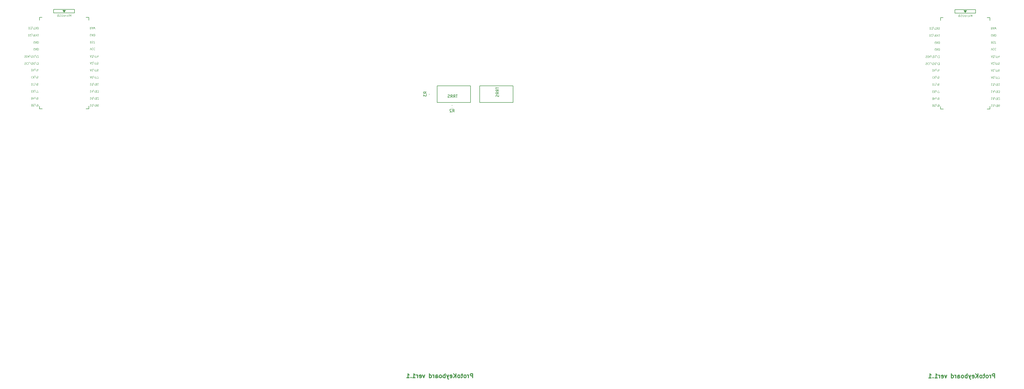
<source format=gbo>
G04 #@! TF.GenerationSoftware,KiCad,Pcbnew,(5.1.5)-3*
G04 #@! TF.CreationDate,2020-06-17T21:34:19+09:00*
G04 #@! TF.ProjectId,ProtoKeyboard,50726f74-6f4b-4657-9962-6f6172642e6b,rev?*
G04 #@! TF.SameCoordinates,Original*
G04 #@! TF.FileFunction,Legend,Bot*
G04 #@! TF.FilePolarity,Positive*
%FSLAX46Y46*%
G04 Gerber Fmt 4.6, Leading zero omitted, Abs format (unit mm)*
G04 Created by KiCad (PCBNEW (5.1.5)-3) date 2020-06-17 21:34:19*
%MOMM*%
%LPD*%
G04 APERTURE LIST*
%ADD10C,0.300000*%
%ADD11C,0.150000*%
%ADD12C,0.120000*%
%ADD13C,0.125000*%
G04 APERTURE END LIST*
D10*
X414513228Y-179722101D02*
X414513228Y-178222101D01*
X413941800Y-178222101D01*
X413798942Y-178293530D01*
X413727514Y-178364958D01*
X413656085Y-178507815D01*
X413656085Y-178722101D01*
X413727514Y-178864958D01*
X413798942Y-178936387D01*
X413941800Y-179007815D01*
X414513228Y-179007815D01*
X413013228Y-179722101D02*
X413013228Y-178722101D01*
X413013228Y-179007815D02*
X412941800Y-178864958D01*
X412870371Y-178793530D01*
X412727514Y-178722101D01*
X412584657Y-178722101D01*
X411870371Y-179722101D02*
X412013228Y-179650672D01*
X412084657Y-179579244D01*
X412156085Y-179436387D01*
X412156085Y-179007815D01*
X412084657Y-178864958D01*
X412013228Y-178793530D01*
X411870371Y-178722101D01*
X411656085Y-178722101D01*
X411513228Y-178793530D01*
X411441800Y-178864958D01*
X411370371Y-179007815D01*
X411370371Y-179436387D01*
X411441800Y-179579244D01*
X411513228Y-179650672D01*
X411656085Y-179722101D01*
X411870371Y-179722101D01*
X410941800Y-178722101D02*
X410370371Y-178722101D01*
X410727514Y-178222101D02*
X410727514Y-179507815D01*
X410656085Y-179650672D01*
X410513228Y-179722101D01*
X410370371Y-179722101D01*
X409656085Y-179722101D02*
X409798942Y-179650672D01*
X409870371Y-179579244D01*
X409941800Y-179436387D01*
X409941800Y-179007815D01*
X409870371Y-178864958D01*
X409798942Y-178793530D01*
X409656085Y-178722101D01*
X409441800Y-178722101D01*
X409298942Y-178793530D01*
X409227514Y-178864958D01*
X409156085Y-179007815D01*
X409156085Y-179436387D01*
X409227514Y-179579244D01*
X409298942Y-179650672D01*
X409441800Y-179722101D01*
X409656085Y-179722101D01*
X408513228Y-179722101D02*
X408513228Y-178222101D01*
X407656085Y-179722101D02*
X408298942Y-178864958D01*
X407656085Y-178222101D02*
X408513228Y-179079244D01*
X406441800Y-179650672D02*
X406584657Y-179722101D01*
X406870371Y-179722101D01*
X407013228Y-179650672D01*
X407084657Y-179507815D01*
X407084657Y-178936387D01*
X407013228Y-178793530D01*
X406870371Y-178722101D01*
X406584657Y-178722101D01*
X406441800Y-178793530D01*
X406370371Y-178936387D01*
X406370371Y-179079244D01*
X407084657Y-179222101D01*
X405870371Y-178722101D02*
X405513228Y-179722101D01*
X405156085Y-178722101D02*
X405513228Y-179722101D01*
X405656085Y-180079244D01*
X405727514Y-180150672D01*
X405870371Y-180222101D01*
X404584657Y-179722101D02*
X404584657Y-178222101D01*
X404584657Y-178793530D02*
X404441800Y-178722101D01*
X404156085Y-178722101D01*
X404013228Y-178793530D01*
X403941800Y-178864958D01*
X403870371Y-179007815D01*
X403870371Y-179436387D01*
X403941800Y-179579244D01*
X404013228Y-179650672D01*
X404156085Y-179722101D01*
X404441800Y-179722101D01*
X404584657Y-179650672D01*
X403013228Y-179722101D02*
X403156085Y-179650672D01*
X403227514Y-179579244D01*
X403298942Y-179436387D01*
X403298942Y-179007815D01*
X403227514Y-178864958D01*
X403156085Y-178793530D01*
X403013228Y-178722101D01*
X402798942Y-178722101D01*
X402656085Y-178793530D01*
X402584657Y-178864958D01*
X402513228Y-179007815D01*
X402513228Y-179436387D01*
X402584657Y-179579244D01*
X402656085Y-179650672D01*
X402798942Y-179722101D01*
X403013228Y-179722101D01*
X401227514Y-179722101D02*
X401227514Y-178936387D01*
X401298942Y-178793530D01*
X401441800Y-178722101D01*
X401727514Y-178722101D01*
X401870371Y-178793530D01*
X401227514Y-179650672D02*
X401370371Y-179722101D01*
X401727514Y-179722101D01*
X401870371Y-179650672D01*
X401941800Y-179507815D01*
X401941800Y-179364958D01*
X401870371Y-179222101D01*
X401727514Y-179150672D01*
X401370371Y-179150672D01*
X401227514Y-179079244D01*
X400513228Y-179722101D02*
X400513228Y-178722101D01*
X400513228Y-179007815D02*
X400441800Y-178864958D01*
X400370371Y-178793530D01*
X400227514Y-178722101D01*
X400084657Y-178722101D01*
X398941800Y-179722101D02*
X398941800Y-178222101D01*
X398941800Y-179650672D02*
X399084657Y-179722101D01*
X399370371Y-179722101D01*
X399513228Y-179650672D01*
X399584657Y-179579244D01*
X399656085Y-179436387D01*
X399656085Y-179007815D01*
X399584657Y-178864958D01*
X399513228Y-178793530D01*
X399370371Y-178722101D01*
X399084657Y-178722101D01*
X398941800Y-178793530D01*
X397227514Y-178722101D02*
X396870371Y-179722101D01*
X396513228Y-178722101D01*
X395370371Y-179650672D02*
X395513228Y-179722101D01*
X395798942Y-179722101D01*
X395941800Y-179650672D01*
X396013228Y-179507815D01*
X396013228Y-178936387D01*
X395941800Y-178793530D01*
X395798942Y-178722101D01*
X395513228Y-178722101D01*
X395370371Y-178793530D01*
X395298942Y-178936387D01*
X395298942Y-179079244D01*
X396013228Y-179222101D01*
X394656085Y-179722101D02*
X394656085Y-178722101D01*
X394656085Y-179007815D02*
X394584657Y-178864958D01*
X394513228Y-178793530D01*
X394370371Y-178722101D01*
X394227514Y-178722101D01*
X392941800Y-179722101D02*
X393798942Y-179722101D01*
X393370371Y-179722101D02*
X393370371Y-178222101D01*
X393513228Y-178436387D01*
X393656085Y-178579244D01*
X393798942Y-178650672D01*
X392298942Y-179579244D02*
X392227514Y-179650672D01*
X392298942Y-179722101D01*
X392370371Y-179650672D01*
X392298942Y-179579244D01*
X392298942Y-179722101D01*
X390798942Y-179722101D02*
X391656085Y-179722101D01*
X391227514Y-179722101D02*
X391227514Y-178222101D01*
X391370371Y-178436387D01*
X391513228Y-178579244D01*
X391656085Y-178650672D01*
X226444008Y-179678921D02*
X226444008Y-178178921D01*
X225872580Y-178178921D01*
X225729722Y-178250350D01*
X225658294Y-178321778D01*
X225586865Y-178464635D01*
X225586865Y-178678921D01*
X225658294Y-178821778D01*
X225729722Y-178893207D01*
X225872580Y-178964635D01*
X226444008Y-178964635D01*
X224944008Y-179678921D02*
X224944008Y-178678921D01*
X224944008Y-178964635D02*
X224872580Y-178821778D01*
X224801151Y-178750350D01*
X224658294Y-178678921D01*
X224515437Y-178678921D01*
X223801151Y-179678921D02*
X223944008Y-179607492D01*
X224015437Y-179536064D01*
X224086865Y-179393207D01*
X224086865Y-178964635D01*
X224015437Y-178821778D01*
X223944008Y-178750350D01*
X223801151Y-178678921D01*
X223586865Y-178678921D01*
X223444008Y-178750350D01*
X223372580Y-178821778D01*
X223301151Y-178964635D01*
X223301151Y-179393207D01*
X223372580Y-179536064D01*
X223444008Y-179607492D01*
X223586865Y-179678921D01*
X223801151Y-179678921D01*
X222872580Y-178678921D02*
X222301151Y-178678921D01*
X222658294Y-178178921D02*
X222658294Y-179464635D01*
X222586865Y-179607492D01*
X222444008Y-179678921D01*
X222301151Y-179678921D01*
X221586865Y-179678921D02*
X221729722Y-179607492D01*
X221801151Y-179536064D01*
X221872580Y-179393207D01*
X221872580Y-178964635D01*
X221801151Y-178821778D01*
X221729722Y-178750350D01*
X221586865Y-178678921D01*
X221372580Y-178678921D01*
X221229722Y-178750350D01*
X221158294Y-178821778D01*
X221086865Y-178964635D01*
X221086865Y-179393207D01*
X221158294Y-179536064D01*
X221229722Y-179607492D01*
X221372580Y-179678921D01*
X221586865Y-179678921D01*
X220444008Y-179678921D02*
X220444008Y-178178921D01*
X219586865Y-179678921D02*
X220229722Y-178821778D01*
X219586865Y-178178921D02*
X220444008Y-179036064D01*
X218372580Y-179607492D02*
X218515437Y-179678921D01*
X218801151Y-179678921D01*
X218944008Y-179607492D01*
X219015437Y-179464635D01*
X219015437Y-178893207D01*
X218944008Y-178750350D01*
X218801151Y-178678921D01*
X218515437Y-178678921D01*
X218372580Y-178750350D01*
X218301151Y-178893207D01*
X218301151Y-179036064D01*
X219015437Y-179178921D01*
X217801151Y-178678921D02*
X217444008Y-179678921D01*
X217086865Y-178678921D02*
X217444008Y-179678921D01*
X217586865Y-180036064D01*
X217658294Y-180107492D01*
X217801151Y-180178921D01*
X216515437Y-179678921D02*
X216515437Y-178178921D01*
X216515437Y-178750350D02*
X216372580Y-178678921D01*
X216086865Y-178678921D01*
X215944008Y-178750350D01*
X215872580Y-178821778D01*
X215801151Y-178964635D01*
X215801151Y-179393207D01*
X215872580Y-179536064D01*
X215944008Y-179607492D01*
X216086865Y-179678921D01*
X216372580Y-179678921D01*
X216515437Y-179607492D01*
X214944008Y-179678921D02*
X215086865Y-179607492D01*
X215158294Y-179536064D01*
X215229722Y-179393207D01*
X215229722Y-178964635D01*
X215158294Y-178821778D01*
X215086865Y-178750350D01*
X214944008Y-178678921D01*
X214729722Y-178678921D01*
X214586865Y-178750350D01*
X214515437Y-178821778D01*
X214444008Y-178964635D01*
X214444008Y-179393207D01*
X214515437Y-179536064D01*
X214586865Y-179607492D01*
X214729722Y-179678921D01*
X214944008Y-179678921D01*
X213158294Y-179678921D02*
X213158294Y-178893207D01*
X213229722Y-178750350D01*
X213372580Y-178678921D01*
X213658294Y-178678921D01*
X213801151Y-178750350D01*
X213158294Y-179607492D02*
X213301151Y-179678921D01*
X213658294Y-179678921D01*
X213801151Y-179607492D01*
X213872580Y-179464635D01*
X213872580Y-179321778D01*
X213801151Y-179178921D01*
X213658294Y-179107492D01*
X213301151Y-179107492D01*
X213158294Y-179036064D01*
X212444008Y-179678921D02*
X212444008Y-178678921D01*
X212444008Y-178964635D02*
X212372580Y-178821778D01*
X212301151Y-178750350D01*
X212158294Y-178678921D01*
X212015437Y-178678921D01*
X210872580Y-179678921D02*
X210872580Y-178178921D01*
X210872580Y-179607492D02*
X211015437Y-179678921D01*
X211301151Y-179678921D01*
X211444008Y-179607492D01*
X211515437Y-179536064D01*
X211586865Y-179393207D01*
X211586865Y-178964635D01*
X211515437Y-178821778D01*
X211444008Y-178750350D01*
X211301151Y-178678921D01*
X211015437Y-178678921D01*
X210872580Y-178750350D01*
X209158294Y-178678921D02*
X208801151Y-179678921D01*
X208444008Y-178678921D01*
X207301151Y-179607492D02*
X207444008Y-179678921D01*
X207729722Y-179678921D01*
X207872580Y-179607492D01*
X207944008Y-179464635D01*
X207944008Y-178893207D01*
X207872580Y-178750350D01*
X207729722Y-178678921D01*
X207444008Y-178678921D01*
X207301151Y-178750350D01*
X207229722Y-178893207D01*
X207229722Y-179036064D01*
X207944008Y-179178921D01*
X206586865Y-179678921D02*
X206586865Y-178678921D01*
X206586865Y-178964635D02*
X206515437Y-178821778D01*
X206444008Y-178750350D01*
X206301151Y-178678921D01*
X206158294Y-178678921D01*
X204872580Y-179678921D02*
X205729722Y-179678921D01*
X205301151Y-179678921D02*
X205301151Y-178178921D01*
X205444008Y-178393207D01*
X205586865Y-178536064D01*
X205729722Y-178607492D01*
X204229722Y-179536064D02*
X204158294Y-179607492D01*
X204229722Y-179678921D01*
X204301151Y-179607492D01*
X204229722Y-179536064D01*
X204229722Y-179678921D01*
X202729722Y-179678921D02*
X203586865Y-179678921D01*
X203158294Y-179678921D02*
X203158294Y-178178921D01*
X203301151Y-178393207D01*
X203444008Y-178536064D01*
X203586865Y-178607492D01*
D11*
X404045200Y-47502970D02*
X403745200Y-47502970D01*
X404145200Y-47352970D02*
X403645200Y-47352970D01*
X404245200Y-47202970D02*
X403545200Y-47202970D01*
X403895200Y-47702970D02*
X404395200Y-47052970D01*
X403395200Y-47052970D02*
X403895200Y-47702970D01*
X404395200Y-47052970D02*
X403395200Y-47052970D01*
X400145200Y-46702970D02*
X407645200Y-46702970D01*
X400145200Y-48002970D02*
X400145200Y-46702970D01*
X407645200Y-48002970D02*
X400145200Y-48002970D01*
X407645200Y-46702970D02*
X407645200Y-48002970D01*
X412795200Y-49602970D02*
X412795200Y-50602970D01*
X394995200Y-49602970D02*
X394995200Y-50602970D01*
X412795200Y-49602970D02*
X411795200Y-49602970D01*
X394995200Y-49602970D02*
X395945200Y-49602970D01*
X412795200Y-81602970D02*
X412795200Y-82652970D01*
X394995200Y-81652970D02*
X394995200Y-82652970D01*
X412795200Y-82652970D02*
X411795200Y-82652970D01*
X394995200Y-82652970D02*
X396005200Y-82652970D01*
X70365200Y-82572970D02*
X71375200Y-82572970D01*
X88165200Y-82572970D02*
X87165200Y-82572970D01*
X70365200Y-81572970D02*
X70365200Y-82572970D01*
X88165200Y-81522970D02*
X88165200Y-82572970D01*
X70365200Y-49522970D02*
X71315200Y-49522970D01*
X88165200Y-49522970D02*
X87165200Y-49522970D01*
X70365200Y-49522970D02*
X70365200Y-50522970D01*
X88165200Y-49522970D02*
X88165200Y-50522970D01*
X83015200Y-46622970D02*
X83015200Y-47922970D01*
X83015200Y-47922970D02*
X75515200Y-47922970D01*
X75515200Y-47922970D02*
X75515200Y-46622970D01*
X75515200Y-46622970D02*
X83015200Y-46622970D01*
X79765200Y-46972970D02*
X78765200Y-46972970D01*
X78765200Y-46972970D02*
X79265200Y-47622970D01*
X79265200Y-47622970D02*
X79765200Y-46972970D01*
X79615200Y-47122970D02*
X78915200Y-47122970D01*
X79515200Y-47272970D02*
X79015200Y-47272970D01*
X79415200Y-47422970D02*
X79115200Y-47422970D01*
X213645200Y-80262970D02*
X225645200Y-80262970D01*
X213645200Y-74262970D02*
X213645200Y-80262970D01*
X225645200Y-74262970D02*
X213645200Y-74262970D01*
X225645200Y-80262970D02*
X225645200Y-74262970D01*
X228960880Y-74258110D02*
X228960880Y-80258110D01*
X228960880Y-80258110D02*
X240960880Y-80258110D01*
X240960880Y-80258110D02*
X240960880Y-74258110D01*
X240960880Y-74258110D02*
X228960880Y-74258110D01*
D12*
X218825961Y-82322330D02*
X219151519Y-82322330D01*
X218825961Y-81302330D02*
X219151519Y-81302330D01*
X210806960Y-77103051D02*
X210806960Y-77428609D01*
X209786960Y-77103051D02*
X209786960Y-77428609D01*
X406391628Y-49292255D02*
X406391628Y-48542255D01*
X406141628Y-49077970D01*
X405891628Y-48542255D01*
X405891628Y-49292255D01*
X405534485Y-49292255D02*
X405534485Y-48792255D01*
X405534485Y-48542255D02*
X405570200Y-48577970D01*
X405534485Y-48613684D01*
X405498771Y-48577970D01*
X405534485Y-48542255D01*
X405534485Y-48613684D01*
X404855914Y-49256541D02*
X404927342Y-49292255D01*
X405070200Y-49292255D01*
X405141628Y-49256541D01*
X405177342Y-49220827D01*
X405213057Y-49149398D01*
X405213057Y-48935112D01*
X405177342Y-48863684D01*
X405141628Y-48827970D01*
X405070200Y-48792255D01*
X404927342Y-48792255D01*
X404855914Y-48827970D01*
X404534485Y-49292255D02*
X404534485Y-48792255D01*
X404534485Y-48935112D02*
X404498771Y-48863684D01*
X404463057Y-48827970D01*
X404391628Y-48792255D01*
X404320200Y-48792255D01*
X403963057Y-49292255D02*
X404034485Y-49256541D01*
X404070200Y-49220827D01*
X404105914Y-49149398D01*
X404105914Y-48935112D01*
X404070200Y-48863684D01*
X404034485Y-48827970D01*
X403963057Y-48792255D01*
X403855914Y-48792255D01*
X403784485Y-48827970D01*
X403748771Y-48863684D01*
X403713057Y-48935112D01*
X403713057Y-49149398D01*
X403748771Y-49220827D01*
X403784485Y-49256541D01*
X403855914Y-49292255D01*
X403963057Y-49292255D01*
X403391628Y-48542255D02*
X403391628Y-49149398D01*
X403355914Y-49220827D01*
X403320200Y-49256541D01*
X403248771Y-49292255D01*
X403105914Y-49292255D01*
X403034485Y-49256541D01*
X402998771Y-49220827D01*
X402963057Y-49149398D01*
X402963057Y-48542255D01*
X402641628Y-49256541D02*
X402534485Y-49292255D01*
X402355914Y-49292255D01*
X402284485Y-49256541D01*
X402248771Y-49220827D01*
X402213057Y-49149398D01*
X402213057Y-49077970D01*
X402248771Y-49006541D01*
X402284485Y-48970827D01*
X402355914Y-48935112D01*
X402498771Y-48899398D01*
X402570200Y-48863684D01*
X402605914Y-48827970D01*
X402641628Y-48756541D01*
X402641628Y-48685112D01*
X402605914Y-48613684D01*
X402570200Y-48577970D01*
X402498771Y-48542255D01*
X402320200Y-48542255D01*
X402213057Y-48577970D01*
X401641628Y-48899398D02*
X401534485Y-48935112D01*
X401498771Y-48970827D01*
X401463057Y-49042255D01*
X401463057Y-49149398D01*
X401498771Y-49220827D01*
X401534485Y-49256541D01*
X401605914Y-49292255D01*
X401891628Y-49292255D01*
X401891628Y-48542255D01*
X401641628Y-48542255D01*
X401570200Y-48577970D01*
X401534485Y-48613684D01*
X401498771Y-48685112D01*
X401498771Y-48756541D01*
X401534485Y-48827970D01*
X401570200Y-48863684D01*
X401641628Y-48899398D01*
X401891628Y-48899398D01*
D13*
X392349009Y-78856541D02*
X392444723Y-78820827D01*
X392476628Y-78785112D01*
X392508533Y-78713684D01*
X392508533Y-78606541D01*
X392476628Y-78535112D01*
X392444723Y-78499398D01*
X392380914Y-78463684D01*
X392125676Y-78463684D01*
X392125676Y-79213684D01*
X392349009Y-79213684D01*
X392412819Y-79177970D01*
X392444723Y-79142255D01*
X392476628Y-79070827D01*
X392476628Y-78999398D01*
X392444723Y-78927970D01*
X392412819Y-78892255D01*
X392349009Y-78856541D01*
X392125676Y-78856541D01*
X393082819Y-78963684D02*
X393082819Y-78463684D01*
X392923295Y-79249398D02*
X392763771Y-78713684D01*
X393178533Y-78713684D01*
X393912342Y-79249398D02*
X393338057Y-78285112D01*
X394231390Y-78892255D02*
X394167580Y-78927970D01*
X394135676Y-78963684D01*
X394103771Y-79035112D01*
X394103771Y-79070827D01*
X394135676Y-79142255D01*
X394167580Y-79177970D01*
X394231390Y-79213684D01*
X394359009Y-79213684D01*
X394422819Y-79177970D01*
X394454723Y-79142255D01*
X394486628Y-79070827D01*
X394486628Y-79035112D01*
X394454723Y-78963684D01*
X394422819Y-78927970D01*
X394359009Y-78892255D01*
X394231390Y-78892255D01*
X394167580Y-78856541D01*
X394135676Y-78820827D01*
X394103771Y-78749398D01*
X394103771Y-78606541D01*
X394135676Y-78535112D01*
X394167580Y-78499398D01*
X394231390Y-78463684D01*
X394359009Y-78463684D01*
X394422819Y-78499398D01*
X394454723Y-78535112D01*
X394486628Y-78606541D01*
X394486628Y-78749398D01*
X394454723Y-78820827D01*
X394422819Y-78856541D01*
X394359009Y-78892255D01*
X391021628Y-55663684D02*
X391021628Y-56413684D01*
X391181152Y-56413684D01*
X391276866Y-56377970D01*
X391340676Y-56306541D01*
X391372580Y-56235112D01*
X391404485Y-56092255D01*
X391404485Y-55985112D01*
X391372580Y-55842255D01*
X391340676Y-55770827D01*
X391276866Y-55699398D01*
X391181152Y-55663684D01*
X391021628Y-55663684D01*
X391659723Y-56342255D02*
X391691628Y-56377970D01*
X391755438Y-56413684D01*
X391914961Y-56413684D01*
X391978771Y-56377970D01*
X392010676Y-56342255D01*
X392042580Y-56270827D01*
X392042580Y-56199398D01*
X392010676Y-56092255D01*
X391627819Y-55663684D01*
X392042580Y-55663684D01*
X392808295Y-56449398D02*
X392234009Y-55485112D01*
X393414485Y-55663684D02*
X393191152Y-56020827D01*
X393031628Y-55663684D02*
X393031628Y-56413684D01*
X393286866Y-56413684D01*
X393350676Y-56377970D01*
X393382580Y-56342255D01*
X393414485Y-56270827D01*
X393414485Y-56163684D01*
X393382580Y-56092255D01*
X393350676Y-56056541D01*
X393286866Y-56020827D01*
X393031628Y-56020827D01*
X393637819Y-56413684D02*
X394084485Y-55663684D01*
X394084485Y-56413684D02*
X393637819Y-55663684D01*
X394690676Y-55663684D02*
X394307819Y-55663684D01*
X394499247Y-55663684D02*
X394499247Y-56413684D01*
X394435438Y-56306541D01*
X394371628Y-56235112D01*
X394307819Y-56199398D01*
X392349009Y-81356541D02*
X392444723Y-81320827D01*
X392476628Y-81285112D01*
X392508533Y-81213684D01*
X392508533Y-81106541D01*
X392476628Y-81035112D01*
X392444723Y-80999398D01*
X392380914Y-80963684D01*
X392125676Y-80963684D01*
X392125676Y-81713684D01*
X392349009Y-81713684D01*
X392412819Y-81677970D01*
X392444723Y-81642255D01*
X392476628Y-81570827D01*
X392476628Y-81499398D01*
X392444723Y-81427970D01*
X392412819Y-81392255D01*
X392349009Y-81356541D01*
X392125676Y-81356541D01*
X393114723Y-81713684D02*
X392795676Y-81713684D01*
X392763771Y-81356541D01*
X392795676Y-81392255D01*
X392859485Y-81427970D01*
X393019009Y-81427970D01*
X393082819Y-81392255D01*
X393114723Y-81356541D01*
X393146628Y-81285112D01*
X393146628Y-81106541D01*
X393114723Y-81035112D01*
X393082819Y-80999398D01*
X393019009Y-80963684D01*
X392859485Y-80963684D01*
X392795676Y-80999398D01*
X392763771Y-81035112D01*
X393912342Y-81749398D02*
X393338057Y-80785112D01*
X394167580Y-80963684D02*
X394295200Y-80963684D01*
X394359009Y-80999398D01*
X394390914Y-81035112D01*
X394454723Y-81142255D01*
X394486628Y-81285112D01*
X394486628Y-81570827D01*
X394454723Y-81642255D01*
X394422819Y-81677970D01*
X394359009Y-81713684D01*
X394231390Y-81713684D01*
X394167580Y-81677970D01*
X394135676Y-81642255D01*
X394103771Y-81570827D01*
X394103771Y-81392255D01*
X394135676Y-81320827D01*
X394167580Y-81285112D01*
X394231390Y-81249398D01*
X394359009Y-81249398D01*
X394422819Y-81285112D01*
X394454723Y-81320827D01*
X394486628Y-81392255D01*
X392508533Y-70885112D02*
X392476628Y-70849398D01*
X392380914Y-70813684D01*
X392317104Y-70813684D01*
X392221390Y-70849398D01*
X392157580Y-70920827D01*
X392125676Y-70992255D01*
X392093771Y-71135112D01*
X392093771Y-71242255D01*
X392125676Y-71385112D01*
X392157580Y-71456541D01*
X392221390Y-71527970D01*
X392317104Y-71563684D01*
X392380914Y-71563684D01*
X392476628Y-71527970D01*
X392508533Y-71492255D01*
X393082819Y-71563684D02*
X392955200Y-71563684D01*
X392891390Y-71527970D01*
X392859485Y-71492255D01*
X392795676Y-71385112D01*
X392763771Y-71242255D01*
X392763771Y-70956541D01*
X392795676Y-70885112D01*
X392827580Y-70849398D01*
X392891390Y-70813684D01*
X393019009Y-70813684D01*
X393082819Y-70849398D01*
X393114723Y-70885112D01*
X393146628Y-70956541D01*
X393146628Y-71135112D01*
X393114723Y-71206541D01*
X393082819Y-71242255D01*
X393019009Y-71277970D01*
X392891390Y-71277970D01*
X392827580Y-71242255D01*
X392795676Y-71206541D01*
X392763771Y-71135112D01*
X393912342Y-71599398D02*
X393338057Y-70635112D01*
X394454723Y-71563684D02*
X394135676Y-71563684D01*
X394103771Y-71206541D01*
X394135676Y-71242255D01*
X394199485Y-71277970D01*
X394359009Y-71277970D01*
X394422819Y-71242255D01*
X394454723Y-71206541D01*
X394486628Y-71135112D01*
X394486628Y-70956541D01*
X394454723Y-70885112D01*
X394422819Y-70849398D01*
X394359009Y-70813684D01*
X394199485Y-70813684D01*
X394135676Y-70849398D01*
X394103771Y-70885112D01*
X389667580Y-65899398D02*
X389763295Y-65863684D01*
X389922819Y-65863684D01*
X389986628Y-65899398D01*
X390018533Y-65935112D01*
X390050438Y-66006541D01*
X390050438Y-66077970D01*
X390018533Y-66149398D01*
X389986628Y-66185112D01*
X389922819Y-66220827D01*
X389795200Y-66256541D01*
X389731390Y-66292255D01*
X389699485Y-66327970D01*
X389667580Y-66399398D01*
X389667580Y-66470827D01*
X389699485Y-66542255D01*
X389731390Y-66577970D01*
X389795200Y-66613684D01*
X389954723Y-66613684D01*
X390050438Y-66577970D01*
X390720438Y-65935112D02*
X390688533Y-65899398D01*
X390592819Y-65863684D01*
X390529009Y-65863684D01*
X390433295Y-65899398D01*
X390369485Y-65970827D01*
X390337580Y-66042255D01*
X390305676Y-66185112D01*
X390305676Y-66292255D01*
X390337580Y-66435112D01*
X390369485Y-66506541D01*
X390433295Y-66577970D01*
X390529009Y-66613684D01*
X390592819Y-66613684D01*
X390688533Y-66577970D01*
X390720438Y-66542255D01*
X391326628Y-65863684D02*
X391007580Y-65863684D01*
X391007580Y-66613684D01*
X392028533Y-66649398D02*
X391454247Y-65685112D01*
X392251866Y-65863684D02*
X392251866Y-66613684D01*
X392411390Y-66613684D01*
X392507104Y-66577970D01*
X392570914Y-66506541D01*
X392602819Y-66435112D01*
X392634723Y-66292255D01*
X392634723Y-66185112D01*
X392602819Y-66042255D01*
X392570914Y-65970827D01*
X392507104Y-65899398D01*
X392411390Y-65863684D01*
X392251866Y-65863684D01*
X393049485Y-66613684D02*
X393113295Y-66613684D01*
X393177104Y-66577970D01*
X393209009Y-66542255D01*
X393240914Y-66470827D01*
X393272819Y-66327970D01*
X393272819Y-66149398D01*
X393240914Y-66006541D01*
X393209009Y-65935112D01*
X393177104Y-65899398D01*
X393113295Y-65863684D01*
X393049485Y-65863684D01*
X392985676Y-65899398D01*
X392953771Y-65935112D01*
X392921866Y-66006541D01*
X392889961Y-66149398D01*
X392889961Y-66327970D01*
X392921866Y-66470827D01*
X392953771Y-66542255D01*
X392985676Y-66577970D01*
X393049485Y-66613684D01*
X394038533Y-66649398D02*
X393464247Y-65685112D01*
X394198057Y-66613684D02*
X394612819Y-66613684D01*
X394389485Y-66327970D01*
X394485200Y-66327970D01*
X394549009Y-66292255D01*
X394580914Y-66256541D01*
X394612819Y-66185112D01*
X394612819Y-66006541D01*
X394580914Y-65935112D01*
X394549009Y-65899398D01*
X394485200Y-65863684D01*
X394293771Y-65863684D01*
X394229961Y-65899398D01*
X394198057Y-65935112D01*
X389651628Y-63399398D02*
X389747342Y-63363684D01*
X389906866Y-63363684D01*
X389970676Y-63399398D01*
X390002580Y-63435112D01*
X390034485Y-63506541D01*
X390034485Y-63577970D01*
X390002580Y-63649398D01*
X389970676Y-63685112D01*
X389906866Y-63720827D01*
X389779247Y-63756541D01*
X389715438Y-63792255D01*
X389683533Y-63827970D01*
X389651628Y-63899398D01*
X389651628Y-63970827D01*
X389683533Y-64042255D01*
X389715438Y-64077970D01*
X389779247Y-64113684D01*
X389938771Y-64113684D01*
X390034485Y-64077970D01*
X390321628Y-63363684D02*
X390321628Y-64113684D01*
X390481152Y-64113684D01*
X390576866Y-64077970D01*
X390640676Y-64006541D01*
X390672580Y-63935112D01*
X390704485Y-63792255D01*
X390704485Y-63685112D01*
X390672580Y-63542255D01*
X390640676Y-63470827D01*
X390576866Y-63399398D01*
X390481152Y-63363684D01*
X390321628Y-63363684D01*
X390959723Y-63577970D02*
X391278771Y-63577970D01*
X390895914Y-63363684D02*
X391119247Y-64113684D01*
X391342580Y-63363684D01*
X392044485Y-64149398D02*
X391470200Y-63185112D01*
X392267819Y-63363684D02*
X392267819Y-64113684D01*
X392427342Y-64113684D01*
X392523057Y-64077970D01*
X392586866Y-64006541D01*
X392618771Y-63935112D01*
X392650676Y-63792255D01*
X392650676Y-63685112D01*
X392618771Y-63542255D01*
X392586866Y-63470827D01*
X392523057Y-63399398D01*
X392427342Y-63363684D01*
X392267819Y-63363684D01*
X393288771Y-63363684D02*
X392905914Y-63363684D01*
X393097342Y-63363684D02*
X393097342Y-64113684D01*
X393033533Y-64006541D01*
X392969723Y-63935112D01*
X392905914Y-63899398D01*
X394054485Y-64149398D02*
X393480200Y-63185112D01*
X394245914Y-64042255D02*
X394277819Y-64077970D01*
X394341628Y-64113684D01*
X394501152Y-64113684D01*
X394564961Y-64077970D01*
X394596866Y-64042255D01*
X394628771Y-63970827D01*
X394628771Y-63899398D01*
X394596866Y-63792255D01*
X394214009Y-63363684D01*
X394628771Y-63363684D01*
X392125676Y-68263684D02*
X392125676Y-69013684D01*
X392285200Y-69013684D01*
X392380914Y-68977970D01*
X392444723Y-68906541D01*
X392476628Y-68835112D01*
X392508533Y-68692255D01*
X392508533Y-68585112D01*
X392476628Y-68442255D01*
X392444723Y-68370827D01*
X392380914Y-68299398D01*
X392285200Y-68263684D01*
X392125676Y-68263684D01*
X393082819Y-68763684D02*
X393082819Y-68263684D01*
X392923295Y-69049398D02*
X392763771Y-68513684D01*
X393178533Y-68513684D01*
X393912342Y-69049398D02*
X393338057Y-68085112D01*
X394422819Y-68763684D02*
X394422819Y-68263684D01*
X394263295Y-69049398D02*
X394103771Y-68513684D01*
X394518533Y-68513684D01*
X391101390Y-53113684D02*
X391101390Y-53863684D01*
X391260914Y-53863684D01*
X391356628Y-53827970D01*
X391420438Y-53756541D01*
X391452342Y-53685112D01*
X391484247Y-53542255D01*
X391484247Y-53435112D01*
X391452342Y-53292255D01*
X391420438Y-53220827D01*
X391356628Y-53149398D01*
X391260914Y-53113684D01*
X391101390Y-53113684D01*
X391707580Y-53863684D02*
X392122342Y-53863684D01*
X391899009Y-53577970D01*
X391994723Y-53577970D01*
X392058533Y-53542255D01*
X392090438Y-53506541D01*
X392122342Y-53435112D01*
X392122342Y-53256541D01*
X392090438Y-53185112D01*
X392058533Y-53149398D01*
X391994723Y-53113684D01*
X391803295Y-53113684D01*
X391739485Y-53149398D01*
X391707580Y-53185112D01*
X392888057Y-53899398D02*
X392313771Y-52935112D01*
X393015676Y-53863684D02*
X393398533Y-53863684D01*
X393207104Y-53113684D02*
X393207104Y-53863684D01*
X393558057Y-53863684D02*
X394004723Y-53113684D01*
X394004723Y-53863684D02*
X393558057Y-53113684D01*
X394387580Y-53863684D02*
X394451390Y-53863684D01*
X394515200Y-53827970D01*
X394547104Y-53792255D01*
X394579009Y-53720827D01*
X394610914Y-53577970D01*
X394610914Y-53399398D01*
X394579009Y-53256541D01*
X394547104Y-53185112D01*
X394515200Y-53149398D01*
X394451390Y-53113684D01*
X394387580Y-53113684D01*
X394323771Y-53149398D01*
X394291866Y-53185112D01*
X394259961Y-53256541D01*
X394228057Y-53399398D01*
X394228057Y-53577970D01*
X394259961Y-53720827D01*
X394291866Y-53792255D01*
X394323771Y-53827970D01*
X394387580Y-53863684D01*
X393279723Y-61427970D02*
X393215914Y-61463684D01*
X393120200Y-61463684D01*
X393024485Y-61427970D01*
X392960676Y-61356541D01*
X392928771Y-61285112D01*
X392896866Y-61142255D01*
X392896866Y-61035112D01*
X392928771Y-60892255D01*
X392960676Y-60820827D01*
X393024485Y-60749398D01*
X393120200Y-60713684D01*
X393184009Y-60713684D01*
X393279723Y-60749398D01*
X393311628Y-60785112D01*
X393311628Y-61035112D01*
X393184009Y-61035112D01*
X393598771Y-60713684D02*
X393598771Y-61463684D01*
X393981628Y-60713684D01*
X393981628Y-61463684D01*
X394300676Y-60713684D02*
X394300676Y-61463684D01*
X394460200Y-61463684D01*
X394555914Y-61427970D01*
X394619723Y-61356541D01*
X394651628Y-61285112D01*
X394683533Y-61142255D01*
X394683533Y-61035112D01*
X394651628Y-60892255D01*
X394619723Y-60820827D01*
X394555914Y-60749398D01*
X394460200Y-60713684D01*
X394300676Y-60713684D01*
X393279723Y-58977970D02*
X393215914Y-59013684D01*
X393120200Y-59013684D01*
X393024485Y-58977970D01*
X392960676Y-58906541D01*
X392928771Y-58835112D01*
X392896866Y-58692255D01*
X392896866Y-58585112D01*
X392928771Y-58442255D01*
X392960676Y-58370827D01*
X393024485Y-58299398D01*
X393120200Y-58263684D01*
X393184009Y-58263684D01*
X393279723Y-58299398D01*
X393311628Y-58335112D01*
X393311628Y-58585112D01*
X393184009Y-58585112D01*
X393598771Y-58263684D02*
X393598771Y-59013684D01*
X393981628Y-58263684D01*
X393981628Y-59013684D01*
X394300676Y-58263684D02*
X394300676Y-59013684D01*
X394460200Y-59013684D01*
X394555914Y-58977970D01*
X394619723Y-58906541D01*
X394651628Y-58835112D01*
X394683533Y-58692255D01*
X394683533Y-58585112D01*
X394651628Y-58442255D01*
X394619723Y-58370827D01*
X394555914Y-58299398D01*
X394460200Y-58263684D01*
X394300676Y-58263684D01*
X392125676Y-73363684D02*
X392125676Y-74113684D01*
X392285200Y-74113684D01*
X392380914Y-74077970D01*
X392444723Y-74006541D01*
X392476628Y-73935112D01*
X392508533Y-73792255D01*
X392508533Y-73685112D01*
X392476628Y-73542255D01*
X392444723Y-73470827D01*
X392380914Y-73399398D01*
X392285200Y-73363684D01*
X392125676Y-73363684D01*
X392731866Y-74113684D02*
X393178533Y-74113684D01*
X392891390Y-73363684D01*
X393912342Y-74149398D02*
X393338057Y-73185112D01*
X394422819Y-74113684D02*
X394295200Y-74113684D01*
X394231390Y-74077970D01*
X394199485Y-74042255D01*
X394135676Y-73935112D01*
X394103771Y-73792255D01*
X394103771Y-73506541D01*
X394135676Y-73435112D01*
X394167580Y-73399398D01*
X394231390Y-73363684D01*
X394359009Y-73363684D01*
X394422819Y-73399398D01*
X394454723Y-73435112D01*
X394486628Y-73506541D01*
X394486628Y-73685112D01*
X394454723Y-73756541D01*
X394422819Y-73792255D01*
X394359009Y-73827970D01*
X394231390Y-73827970D01*
X394167580Y-73792255D01*
X394135676Y-73756541D01*
X394103771Y-73685112D01*
X392157580Y-76306541D02*
X392380914Y-76306541D01*
X392476628Y-75913684D02*
X392157580Y-75913684D01*
X392157580Y-76663684D01*
X392476628Y-76663684D01*
X393050914Y-76663684D02*
X392923295Y-76663684D01*
X392859485Y-76627970D01*
X392827580Y-76592255D01*
X392763771Y-76485112D01*
X392731866Y-76342255D01*
X392731866Y-76056541D01*
X392763771Y-75985112D01*
X392795676Y-75949398D01*
X392859485Y-75913684D01*
X392987104Y-75913684D01*
X393050914Y-75949398D01*
X393082819Y-75985112D01*
X393114723Y-76056541D01*
X393114723Y-76235112D01*
X393082819Y-76306541D01*
X393050914Y-76342255D01*
X392987104Y-76377970D01*
X392859485Y-76377970D01*
X392795676Y-76342255D01*
X392763771Y-76306541D01*
X392731866Y-76235112D01*
X393880438Y-76699398D02*
X393306152Y-75735112D01*
X394039961Y-76663684D02*
X394486628Y-76663684D01*
X394199485Y-75913684D01*
X413607580Y-78513684D02*
X413224723Y-78513684D01*
X413416152Y-78513684D02*
X413416152Y-79263684D01*
X413352342Y-79156541D01*
X413288533Y-79085112D01*
X413224723Y-79049398D01*
X414181866Y-79263684D02*
X414054247Y-79263684D01*
X413990438Y-79227970D01*
X413958533Y-79192255D01*
X413894723Y-79085112D01*
X413862819Y-78942255D01*
X413862819Y-78656541D01*
X413894723Y-78585112D01*
X413926628Y-78549398D01*
X413990438Y-78513684D01*
X414118057Y-78513684D01*
X414181866Y-78549398D01*
X414213771Y-78585112D01*
X414245676Y-78656541D01*
X414245676Y-78835112D01*
X414213771Y-78906541D01*
X414181866Y-78942255D01*
X414118057Y-78977970D01*
X413990438Y-78977970D01*
X413926628Y-78942255D01*
X413894723Y-78906541D01*
X413862819Y-78835112D01*
X415011390Y-79299398D02*
X414437104Y-78335112D01*
X415458057Y-78906541D02*
X415553771Y-78870827D01*
X415585676Y-78835112D01*
X415617580Y-78763684D01*
X415617580Y-78656541D01*
X415585676Y-78585112D01*
X415553771Y-78549398D01*
X415489961Y-78513684D01*
X415234723Y-78513684D01*
X415234723Y-79263684D01*
X415458057Y-79263684D01*
X415521866Y-79227970D01*
X415553771Y-79192255D01*
X415585676Y-79120827D01*
X415585676Y-79049398D01*
X415553771Y-78977970D01*
X415521866Y-78942255D01*
X415458057Y-78906541D01*
X415234723Y-78906541D01*
X415872819Y-79192255D02*
X415904723Y-79227970D01*
X415968533Y-79263684D01*
X416128057Y-79263684D01*
X416191866Y-79227970D01*
X416223771Y-79192255D01*
X416255676Y-79120827D01*
X416255676Y-79049398D01*
X416223771Y-78942255D01*
X415840914Y-78513684D01*
X416255676Y-78513684D01*
X413607580Y-81013684D02*
X413224723Y-81013684D01*
X413416152Y-81013684D02*
X413416152Y-81763684D01*
X413352342Y-81656541D01*
X413288533Y-81585112D01*
X413224723Y-81549398D01*
X414022342Y-81763684D02*
X414086152Y-81763684D01*
X414149961Y-81727970D01*
X414181866Y-81692255D01*
X414213771Y-81620827D01*
X414245676Y-81477970D01*
X414245676Y-81299398D01*
X414213771Y-81156541D01*
X414181866Y-81085112D01*
X414149961Y-81049398D01*
X414086152Y-81013684D01*
X414022342Y-81013684D01*
X413958533Y-81049398D01*
X413926628Y-81085112D01*
X413894723Y-81156541D01*
X413862819Y-81299398D01*
X413862819Y-81477970D01*
X413894723Y-81620827D01*
X413926628Y-81692255D01*
X413958533Y-81727970D01*
X414022342Y-81763684D01*
X415011390Y-81799398D02*
X414437104Y-80835112D01*
X415458057Y-81406541D02*
X415553771Y-81370827D01*
X415585676Y-81335112D01*
X415617580Y-81263684D01*
X415617580Y-81156541D01*
X415585676Y-81085112D01*
X415553771Y-81049398D01*
X415489961Y-81013684D01*
X415234723Y-81013684D01*
X415234723Y-81763684D01*
X415458057Y-81763684D01*
X415521866Y-81727970D01*
X415553771Y-81692255D01*
X415585676Y-81620827D01*
X415585676Y-81549398D01*
X415553771Y-81477970D01*
X415521866Y-81442255D01*
X415458057Y-81406541D01*
X415234723Y-81406541D01*
X416191866Y-81763684D02*
X416064247Y-81763684D01*
X416000438Y-81727970D01*
X415968533Y-81692255D01*
X415904723Y-81585112D01*
X415872819Y-81442255D01*
X415872819Y-81156541D01*
X415904723Y-81085112D01*
X415936628Y-81049398D01*
X416000438Y-81013684D01*
X416128057Y-81013684D01*
X416191866Y-81049398D01*
X416223771Y-81085112D01*
X416255676Y-81156541D01*
X416255676Y-81335112D01*
X416223771Y-81406541D01*
X416191866Y-81442255D01*
X416128057Y-81477970D01*
X416000438Y-81477970D01*
X415936628Y-81442255D01*
X415904723Y-81406541D01*
X415872819Y-81335112D01*
X413607580Y-75963684D02*
X413224723Y-75963684D01*
X413416152Y-75963684D02*
X413416152Y-76713684D01*
X413352342Y-76606541D01*
X413288533Y-76535112D01*
X413224723Y-76499398D01*
X414181866Y-76463684D02*
X414181866Y-75963684D01*
X414022342Y-76749398D02*
X413862819Y-76213684D01*
X414277580Y-76213684D01*
X415011390Y-76749398D02*
X414437104Y-75785112D01*
X415458057Y-76356541D02*
X415553771Y-76320827D01*
X415585676Y-76285112D01*
X415617580Y-76213684D01*
X415617580Y-76106541D01*
X415585676Y-76035112D01*
X415553771Y-75999398D01*
X415489961Y-75963684D01*
X415234723Y-75963684D01*
X415234723Y-76713684D01*
X415458057Y-76713684D01*
X415521866Y-76677970D01*
X415553771Y-76642255D01*
X415585676Y-76570827D01*
X415585676Y-76499398D01*
X415553771Y-76427970D01*
X415521866Y-76392255D01*
X415458057Y-76356541D01*
X415234723Y-76356541D01*
X415840914Y-76713684D02*
X416255676Y-76713684D01*
X416032342Y-76427970D01*
X416128057Y-76427970D01*
X416191866Y-76392255D01*
X416223771Y-76356541D01*
X416255676Y-76285112D01*
X416255676Y-76106541D01*
X416223771Y-76035112D01*
X416191866Y-75999398D01*
X416128057Y-75963684D01*
X415936628Y-75963684D01*
X415872819Y-75999398D01*
X415840914Y-76035112D01*
X413607580Y-73413684D02*
X413224723Y-73413684D01*
X413416152Y-73413684D02*
X413416152Y-74163684D01*
X413352342Y-74056541D01*
X413288533Y-73985112D01*
X413224723Y-73949398D01*
X414213771Y-74163684D02*
X413894723Y-74163684D01*
X413862819Y-73806541D01*
X413894723Y-73842255D01*
X413958533Y-73877970D01*
X414118057Y-73877970D01*
X414181866Y-73842255D01*
X414213771Y-73806541D01*
X414245676Y-73735112D01*
X414245676Y-73556541D01*
X414213771Y-73485112D01*
X414181866Y-73449398D01*
X414118057Y-73413684D01*
X413958533Y-73413684D01*
X413894723Y-73449398D01*
X413862819Y-73485112D01*
X415011390Y-74199398D02*
X414437104Y-73235112D01*
X415458057Y-73806541D02*
X415553771Y-73770827D01*
X415585676Y-73735112D01*
X415617580Y-73663684D01*
X415617580Y-73556541D01*
X415585676Y-73485112D01*
X415553771Y-73449398D01*
X415489961Y-73413684D01*
X415234723Y-73413684D01*
X415234723Y-74163684D01*
X415458057Y-74163684D01*
X415521866Y-74127970D01*
X415553771Y-74092255D01*
X415585676Y-74020827D01*
X415585676Y-73949398D01*
X415553771Y-73877970D01*
X415521866Y-73842255D01*
X415458057Y-73806541D01*
X415234723Y-73806541D01*
X416255676Y-73413684D02*
X415872819Y-73413684D01*
X416064247Y-73413684D02*
X416064247Y-74163684D01*
X416000438Y-74056541D01*
X415936628Y-73985112D01*
X415872819Y-73949398D01*
X413304485Y-71077970D02*
X413623533Y-71077970D01*
X413240676Y-70863684D02*
X413464009Y-71613684D01*
X413687342Y-70863684D01*
X414038295Y-71613684D02*
X414102104Y-71613684D01*
X414165914Y-71577970D01*
X414197819Y-71542255D01*
X414229723Y-71470827D01*
X414261628Y-71327970D01*
X414261628Y-71149398D01*
X414229723Y-71006541D01*
X414197819Y-70935112D01*
X414165914Y-70899398D01*
X414102104Y-70863684D01*
X414038295Y-70863684D01*
X413974485Y-70899398D01*
X413942580Y-70935112D01*
X413910676Y-71006541D01*
X413878771Y-71149398D01*
X413878771Y-71327970D01*
X413910676Y-71470827D01*
X413942580Y-71542255D01*
X413974485Y-71577970D01*
X414038295Y-71613684D01*
X415027342Y-71649398D02*
X414453057Y-70685112D01*
X415474009Y-71256541D02*
X415250676Y-71256541D01*
X415250676Y-70863684D02*
X415250676Y-71613684D01*
X415569723Y-71613684D01*
X415761152Y-71613684D02*
X416207819Y-71613684D01*
X415920676Y-70863684D01*
X413304485Y-68527970D02*
X413623533Y-68527970D01*
X413240676Y-68313684D02*
X413464009Y-69063684D01*
X413687342Y-68313684D01*
X414261628Y-68313684D02*
X413878771Y-68313684D01*
X414070200Y-68313684D02*
X414070200Y-69063684D01*
X414006390Y-68956541D01*
X413942580Y-68885112D01*
X413878771Y-68849398D01*
X415027342Y-69099398D02*
X414453057Y-68135112D01*
X415474009Y-68706541D02*
X415250676Y-68706541D01*
X415250676Y-68313684D02*
X415250676Y-69063684D01*
X415569723Y-69063684D01*
X416112104Y-69063684D02*
X415984485Y-69063684D01*
X415920676Y-69027970D01*
X415888771Y-68992255D01*
X415824961Y-68885112D01*
X415793057Y-68742255D01*
X415793057Y-68456541D01*
X415824961Y-68385112D01*
X415856866Y-68349398D01*
X415920676Y-68313684D01*
X416048295Y-68313684D01*
X416112104Y-68349398D01*
X416144009Y-68385112D01*
X416175914Y-68456541D01*
X416175914Y-68635112D01*
X416144009Y-68706541D01*
X416112104Y-68742255D01*
X416048295Y-68777970D01*
X415920676Y-68777970D01*
X415856866Y-68742255D01*
X415824961Y-68706541D01*
X415793057Y-68635112D01*
X413304485Y-66027970D02*
X413623533Y-66027970D01*
X413240676Y-65813684D02*
X413464009Y-66563684D01*
X413687342Y-65813684D01*
X413878771Y-66492255D02*
X413910676Y-66527970D01*
X413974485Y-66563684D01*
X414134009Y-66563684D01*
X414197819Y-66527970D01*
X414229723Y-66492255D01*
X414261628Y-66420827D01*
X414261628Y-66349398D01*
X414229723Y-66242255D01*
X413846866Y-65813684D01*
X414261628Y-65813684D01*
X415027342Y-66599398D02*
X414453057Y-65635112D01*
X415474009Y-66206541D02*
X415250676Y-66206541D01*
X415250676Y-65813684D02*
X415250676Y-66563684D01*
X415569723Y-66563684D01*
X416144009Y-66563684D02*
X415824961Y-66563684D01*
X415793057Y-66206541D01*
X415824961Y-66242255D01*
X415888771Y-66277970D01*
X416048295Y-66277970D01*
X416112104Y-66242255D01*
X416144009Y-66206541D01*
X416175914Y-66135112D01*
X416175914Y-65956541D01*
X416144009Y-65885112D01*
X416112104Y-65849398D01*
X416048295Y-65813684D01*
X415888771Y-65813684D01*
X415824961Y-65849398D01*
X415793057Y-65885112D01*
X413304485Y-63527970D02*
X413623533Y-63527970D01*
X413240676Y-63313684D02*
X413464009Y-64063684D01*
X413687342Y-63313684D01*
X413846866Y-64063684D02*
X414261628Y-64063684D01*
X414038295Y-63777970D01*
X414134009Y-63777970D01*
X414197819Y-63742255D01*
X414229723Y-63706541D01*
X414261628Y-63635112D01*
X414261628Y-63456541D01*
X414229723Y-63385112D01*
X414197819Y-63349398D01*
X414134009Y-63313684D01*
X413942580Y-63313684D01*
X413878771Y-63349398D01*
X413846866Y-63385112D01*
X415027342Y-64099398D02*
X414453057Y-63135112D01*
X415474009Y-63706541D02*
X415250676Y-63706541D01*
X415250676Y-63313684D02*
X415250676Y-64063684D01*
X415569723Y-64063684D01*
X416112104Y-63813684D02*
X416112104Y-63313684D01*
X415952580Y-64099398D02*
X415793057Y-63563684D01*
X416207819Y-63563684D01*
X413196866Y-61363684D02*
X413420200Y-60613684D01*
X413643533Y-61363684D01*
X414249723Y-60685112D02*
X414217819Y-60649398D01*
X414122104Y-60613684D01*
X414058295Y-60613684D01*
X413962580Y-60649398D01*
X413898771Y-60720827D01*
X413866866Y-60792255D01*
X413834961Y-60935112D01*
X413834961Y-61042255D01*
X413866866Y-61185112D01*
X413898771Y-61256541D01*
X413962580Y-61327970D01*
X414058295Y-61363684D01*
X414122104Y-61363684D01*
X414217819Y-61327970D01*
X414249723Y-61292255D01*
X414919723Y-60685112D02*
X414887819Y-60649398D01*
X414792104Y-60613684D01*
X414728295Y-60613684D01*
X414632580Y-60649398D01*
X414568771Y-60720827D01*
X414536866Y-60792255D01*
X414504961Y-60935112D01*
X414504961Y-61042255D01*
X414536866Y-61185112D01*
X414568771Y-61256541D01*
X414632580Y-61327970D01*
X414728295Y-61363684D01*
X414792104Y-61363684D01*
X414887819Y-61327970D01*
X414919723Y-61292255D01*
X413723295Y-58163684D02*
X413499961Y-58520827D01*
X413340438Y-58163684D02*
X413340438Y-58913684D01*
X413595676Y-58913684D01*
X413659485Y-58877970D01*
X413691390Y-58842255D01*
X413723295Y-58770827D01*
X413723295Y-58663684D01*
X413691390Y-58592255D01*
X413659485Y-58556541D01*
X413595676Y-58520827D01*
X413340438Y-58520827D01*
X413978533Y-58199398D02*
X414074247Y-58163684D01*
X414233771Y-58163684D01*
X414297580Y-58199398D01*
X414329485Y-58235112D01*
X414361390Y-58306541D01*
X414361390Y-58377970D01*
X414329485Y-58449398D01*
X414297580Y-58485112D01*
X414233771Y-58520827D01*
X414106152Y-58556541D01*
X414042342Y-58592255D01*
X414010438Y-58627970D01*
X413978533Y-58699398D01*
X413978533Y-58770827D01*
X414010438Y-58842255D01*
X414042342Y-58877970D01*
X414106152Y-58913684D01*
X414265676Y-58913684D01*
X414361390Y-58877970D01*
X414552819Y-58913684D02*
X414935676Y-58913684D01*
X414744247Y-58163684D02*
X414744247Y-58913684D01*
X413579723Y-56327970D02*
X413515914Y-56363684D01*
X413420200Y-56363684D01*
X413324485Y-56327970D01*
X413260676Y-56256541D01*
X413228771Y-56185112D01*
X413196866Y-56042255D01*
X413196866Y-55935112D01*
X413228771Y-55792255D01*
X413260676Y-55720827D01*
X413324485Y-55649398D01*
X413420200Y-55613684D01*
X413484009Y-55613684D01*
X413579723Y-55649398D01*
X413611628Y-55685112D01*
X413611628Y-55935112D01*
X413484009Y-55935112D01*
X413898771Y-55613684D02*
X413898771Y-56363684D01*
X414281628Y-55613684D01*
X414281628Y-56363684D01*
X414600676Y-55613684D02*
X414600676Y-56363684D01*
X414760200Y-56363684D01*
X414855914Y-56327970D01*
X414919723Y-56256541D01*
X414951628Y-56185112D01*
X414983533Y-56042255D01*
X414983533Y-55935112D01*
X414951628Y-55792255D01*
X414919723Y-55720827D01*
X414855914Y-55649398D01*
X414760200Y-55613684D01*
X414600676Y-55613684D01*
X413627580Y-53063684D02*
X413404247Y-53420827D01*
X413244723Y-53063684D02*
X413244723Y-53813684D01*
X413499961Y-53813684D01*
X413563771Y-53777970D01*
X413595676Y-53742255D01*
X413627580Y-53670827D01*
X413627580Y-53563684D01*
X413595676Y-53492255D01*
X413563771Y-53456541D01*
X413499961Y-53420827D01*
X413244723Y-53420827D01*
X413882819Y-53277970D02*
X414201866Y-53277970D01*
X413819009Y-53063684D02*
X414042342Y-53813684D01*
X414265676Y-53063684D01*
X414425200Y-53813684D02*
X414584723Y-53063684D01*
X414712342Y-53599398D01*
X414839961Y-53063684D01*
X414999485Y-53813684D01*
D11*
D13*
X88997580Y-52983684D02*
X88774247Y-53340827D01*
X88614723Y-52983684D02*
X88614723Y-53733684D01*
X88869961Y-53733684D01*
X88933771Y-53697970D01*
X88965676Y-53662255D01*
X88997580Y-53590827D01*
X88997580Y-53483684D01*
X88965676Y-53412255D01*
X88933771Y-53376541D01*
X88869961Y-53340827D01*
X88614723Y-53340827D01*
X89252819Y-53197970D02*
X89571866Y-53197970D01*
X89189009Y-52983684D02*
X89412342Y-53733684D01*
X89635676Y-52983684D01*
X89795200Y-53733684D02*
X89954723Y-52983684D01*
X90082342Y-53519398D01*
X90209961Y-52983684D01*
X90369485Y-53733684D01*
X88949723Y-56247970D02*
X88885914Y-56283684D01*
X88790200Y-56283684D01*
X88694485Y-56247970D01*
X88630676Y-56176541D01*
X88598771Y-56105112D01*
X88566866Y-55962255D01*
X88566866Y-55855112D01*
X88598771Y-55712255D01*
X88630676Y-55640827D01*
X88694485Y-55569398D01*
X88790200Y-55533684D01*
X88854009Y-55533684D01*
X88949723Y-55569398D01*
X88981628Y-55605112D01*
X88981628Y-55855112D01*
X88854009Y-55855112D01*
X89268771Y-55533684D02*
X89268771Y-56283684D01*
X89651628Y-55533684D01*
X89651628Y-56283684D01*
X89970676Y-55533684D02*
X89970676Y-56283684D01*
X90130200Y-56283684D01*
X90225914Y-56247970D01*
X90289723Y-56176541D01*
X90321628Y-56105112D01*
X90353533Y-55962255D01*
X90353533Y-55855112D01*
X90321628Y-55712255D01*
X90289723Y-55640827D01*
X90225914Y-55569398D01*
X90130200Y-55533684D01*
X89970676Y-55533684D01*
X89093295Y-58083684D02*
X88869961Y-58440827D01*
X88710438Y-58083684D02*
X88710438Y-58833684D01*
X88965676Y-58833684D01*
X89029485Y-58797970D01*
X89061390Y-58762255D01*
X89093295Y-58690827D01*
X89093295Y-58583684D01*
X89061390Y-58512255D01*
X89029485Y-58476541D01*
X88965676Y-58440827D01*
X88710438Y-58440827D01*
X89348533Y-58119398D02*
X89444247Y-58083684D01*
X89603771Y-58083684D01*
X89667580Y-58119398D01*
X89699485Y-58155112D01*
X89731390Y-58226541D01*
X89731390Y-58297970D01*
X89699485Y-58369398D01*
X89667580Y-58405112D01*
X89603771Y-58440827D01*
X89476152Y-58476541D01*
X89412342Y-58512255D01*
X89380438Y-58547970D01*
X89348533Y-58619398D01*
X89348533Y-58690827D01*
X89380438Y-58762255D01*
X89412342Y-58797970D01*
X89476152Y-58833684D01*
X89635676Y-58833684D01*
X89731390Y-58797970D01*
X89922819Y-58833684D02*
X90305676Y-58833684D01*
X90114247Y-58083684D02*
X90114247Y-58833684D01*
X88566866Y-61283684D02*
X88790200Y-60533684D01*
X89013533Y-61283684D01*
X89619723Y-60605112D02*
X89587819Y-60569398D01*
X89492104Y-60533684D01*
X89428295Y-60533684D01*
X89332580Y-60569398D01*
X89268771Y-60640827D01*
X89236866Y-60712255D01*
X89204961Y-60855112D01*
X89204961Y-60962255D01*
X89236866Y-61105112D01*
X89268771Y-61176541D01*
X89332580Y-61247970D01*
X89428295Y-61283684D01*
X89492104Y-61283684D01*
X89587819Y-61247970D01*
X89619723Y-61212255D01*
X90289723Y-60605112D02*
X90257819Y-60569398D01*
X90162104Y-60533684D01*
X90098295Y-60533684D01*
X90002580Y-60569398D01*
X89938771Y-60640827D01*
X89906866Y-60712255D01*
X89874961Y-60855112D01*
X89874961Y-60962255D01*
X89906866Y-61105112D01*
X89938771Y-61176541D01*
X90002580Y-61247970D01*
X90098295Y-61283684D01*
X90162104Y-61283684D01*
X90257819Y-61247970D01*
X90289723Y-61212255D01*
X88674485Y-63447970D02*
X88993533Y-63447970D01*
X88610676Y-63233684D02*
X88834009Y-63983684D01*
X89057342Y-63233684D01*
X89216866Y-63983684D02*
X89631628Y-63983684D01*
X89408295Y-63697970D01*
X89504009Y-63697970D01*
X89567819Y-63662255D01*
X89599723Y-63626541D01*
X89631628Y-63555112D01*
X89631628Y-63376541D01*
X89599723Y-63305112D01*
X89567819Y-63269398D01*
X89504009Y-63233684D01*
X89312580Y-63233684D01*
X89248771Y-63269398D01*
X89216866Y-63305112D01*
X90397342Y-64019398D02*
X89823057Y-63055112D01*
X90844009Y-63626541D02*
X90620676Y-63626541D01*
X90620676Y-63233684D02*
X90620676Y-63983684D01*
X90939723Y-63983684D01*
X91482104Y-63733684D02*
X91482104Y-63233684D01*
X91322580Y-64019398D02*
X91163057Y-63483684D01*
X91577819Y-63483684D01*
X88674485Y-65947970D02*
X88993533Y-65947970D01*
X88610676Y-65733684D02*
X88834009Y-66483684D01*
X89057342Y-65733684D01*
X89248771Y-66412255D02*
X89280676Y-66447970D01*
X89344485Y-66483684D01*
X89504009Y-66483684D01*
X89567819Y-66447970D01*
X89599723Y-66412255D01*
X89631628Y-66340827D01*
X89631628Y-66269398D01*
X89599723Y-66162255D01*
X89216866Y-65733684D01*
X89631628Y-65733684D01*
X90397342Y-66519398D02*
X89823057Y-65555112D01*
X90844009Y-66126541D02*
X90620676Y-66126541D01*
X90620676Y-65733684D02*
X90620676Y-66483684D01*
X90939723Y-66483684D01*
X91514009Y-66483684D02*
X91194961Y-66483684D01*
X91163057Y-66126541D01*
X91194961Y-66162255D01*
X91258771Y-66197970D01*
X91418295Y-66197970D01*
X91482104Y-66162255D01*
X91514009Y-66126541D01*
X91545914Y-66055112D01*
X91545914Y-65876541D01*
X91514009Y-65805112D01*
X91482104Y-65769398D01*
X91418295Y-65733684D01*
X91258771Y-65733684D01*
X91194961Y-65769398D01*
X91163057Y-65805112D01*
X88674485Y-68447970D02*
X88993533Y-68447970D01*
X88610676Y-68233684D02*
X88834009Y-68983684D01*
X89057342Y-68233684D01*
X89631628Y-68233684D02*
X89248771Y-68233684D01*
X89440200Y-68233684D02*
X89440200Y-68983684D01*
X89376390Y-68876541D01*
X89312580Y-68805112D01*
X89248771Y-68769398D01*
X90397342Y-69019398D02*
X89823057Y-68055112D01*
X90844009Y-68626541D02*
X90620676Y-68626541D01*
X90620676Y-68233684D02*
X90620676Y-68983684D01*
X90939723Y-68983684D01*
X91482104Y-68983684D02*
X91354485Y-68983684D01*
X91290676Y-68947970D01*
X91258771Y-68912255D01*
X91194961Y-68805112D01*
X91163057Y-68662255D01*
X91163057Y-68376541D01*
X91194961Y-68305112D01*
X91226866Y-68269398D01*
X91290676Y-68233684D01*
X91418295Y-68233684D01*
X91482104Y-68269398D01*
X91514009Y-68305112D01*
X91545914Y-68376541D01*
X91545914Y-68555112D01*
X91514009Y-68626541D01*
X91482104Y-68662255D01*
X91418295Y-68697970D01*
X91290676Y-68697970D01*
X91226866Y-68662255D01*
X91194961Y-68626541D01*
X91163057Y-68555112D01*
X88674485Y-70997970D02*
X88993533Y-70997970D01*
X88610676Y-70783684D02*
X88834009Y-71533684D01*
X89057342Y-70783684D01*
X89408295Y-71533684D02*
X89472104Y-71533684D01*
X89535914Y-71497970D01*
X89567819Y-71462255D01*
X89599723Y-71390827D01*
X89631628Y-71247970D01*
X89631628Y-71069398D01*
X89599723Y-70926541D01*
X89567819Y-70855112D01*
X89535914Y-70819398D01*
X89472104Y-70783684D01*
X89408295Y-70783684D01*
X89344485Y-70819398D01*
X89312580Y-70855112D01*
X89280676Y-70926541D01*
X89248771Y-71069398D01*
X89248771Y-71247970D01*
X89280676Y-71390827D01*
X89312580Y-71462255D01*
X89344485Y-71497970D01*
X89408295Y-71533684D01*
X90397342Y-71569398D02*
X89823057Y-70605112D01*
X90844009Y-71176541D02*
X90620676Y-71176541D01*
X90620676Y-70783684D02*
X90620676Y-71533684D01*
X90939723Y-71533684D01*
X91131152Y-71533684D02*
X91577819Y-71533684D01*
X91290676Y-70783684D01*
X88977580Y-73333684D02*
X88594723Y-73333684D01*
X88786152Y-73333684D02*
X88786152Y-74083684D01*
X88722342Y-73976541D01*
X88658533Y-73905112D01*
X88594723Y-73869398D01*
X89583771Y-74083684D02*
X89264723Y-74083684D01*
X89232819Y-73726541D01*
X89264723Y-73762255D01*
X89328533Y-73797970D01*
X89488057Y-73797970D01*
X89551866Y-73762255D01*
X89583771Y-73726541D01*
X89615676Y-73655112D01*
X89615676Y-73476541D01*
X89583771Y-73405112D01*
X89551866Y-73369398D01*
X89488057Y-73333684D01*
X89328533Y-73333684D01*
X89264723Y-73369398D01*
X89232819Y-73405112D01*
X90381390Y-74119398D02*
X89807104Y-73155112D01*
X90828057Y-73726541D02*
X90923771Y-73690827D01*
X90955676Y-73655112D01*
X90987580Y-73583684D01*
X90987580Y-73476541D01*
X90955676Y-73405112D01*
X90923771Y-73369398D01*
X90859961Y-73333684D01*
X90604723Y-73333684D01*
X90604723Y-74083684D01*
X90828057Y-74083684D01*
X90891866Y-74047970D01*
X90923771Y-74012255D01*
X90955676Y-73940827D01*
X90955676Y-73869398D01*
X90923771Y-73797970D01*
X90891866Y-73762255D01*
X90828057Y-73726541D01*
X90604723Y-73726541D01*
X91625676Y-73333684D02*
X91242819Y-73333684D01*
X91434247Y-73333684D02*
X91434247Y-74083684D01*
X91370438Y-73976541D01*
X91306628Y-73905112D01*
X91242819Y-73869398D01*
X88977580Y-75883684D02*
X88594723Y-75883684D01*
X88786152Y-75883684D02*
X88786152Y-76633684D01*
X88722342Y-76526541D01*
X88658533Y-76455112D01*
X88594723Y-76419398D01*
X89551866Y-76383684D02*
X89551866Y-75883684D01*
X89392342Y-76669398D02*
X89232819Y-76133684D01*
X89647580Y-76133684D01*
X90381390Y-76669398D02*
X89807104Y-75705112D01*
X90828057Y-76276541D02*
X90923771Y-76240827D01*
X90955676Y-76205112D01*
X90987580Y-76133684D01*
X90987580Y-76026541D01*
X90955676Y-75955112D01*
X90923771Y-75919398D01*
X90859961Y-75883684D01*
X90604723Y-75883684D01*
X90604723Y-76633684D01*
X90828057Y-76633684D01*
X90891866Y-76597970D01*
X90923771Y-76562255D01*
X90955676Y-76490827D01*
X90955676Y-76419398D01*
X90923771Y-76347970D01*
X90891866Y-76312255D01*
X90828057Y-76276541D01*
X90604723Y-76276541D01*
X91210914Y-76633684D02*
X91625676Y-76633684D01*
X91402342Y-76347970D01*
X91498057Y-76347970D01*
X91561866Y-76312255D01*
X91593771Y-76276541D01*
X91625676Y-76205112D01*
X91625676Y-76026541D01*
X91593771Y-75955112D01*
X91561866Y-75919398D01*
X91498057Y-75883684D01*
X91306628Y-75883684D01*
X91242819Y-75919398D01*
X91210914Y-75955112D01*
X88977580Y-80933684D02*
X88594723Y-80933684D01*
X88786152Y-80933684D02*
X88786152Y-81683684D01*
X88722342Y-81576541D01*
X88658533Y-81505112D01*
X88594723Y-81469398D01*
X89392342Y-81683684D02*
X89456152Y-81683684D01*
X89519961Y-81647970D01*
X89551866Y-81612255D01*
X89583771Y-81540827D01*
X89615676Y-81397970D01*
X89615676Y-81219398D01*
X89583771Y-81076541D01*
X89551866Y-81005112D01*
X89519961Y-80969398D01*
X89456152Y-80933684D01*
X89392342Y-80933684D01*
X89328533Y-80969398D01*
X89296628Y-81005112D01*
X89264723Y-81076541D01*
X89232819Y-81219398D01*
X89232819Y-81397970D01*
X89264723Y-81540827D01*
X89296628Y-81612255D01*
X89328533Y-81647970D01*
X89392342Y-81683684D01*
X90381390Y-81719398D02*
X89807104Y-80755112D01*
X90828057Y-81326541D02*
X90923771Y-81290827D01*
X90955676Y-81255112D01*
X90987580Y-81183684D01*
X90987580Y-81076541D01*
X90955676Y-81005112D01*
X90923771Y-80969398D01*
X90859961Y-80933684D01*
X90604723Y-80933684D01*
X90604723Y-81683684D01*
X90828057Y-81683684D01*
X90891866Y-81647970D01*
X90923771Y-81612255D01*
X90955676Y-81540827D01*
X90955676Y-81469398D01*
X90923771Y-81397970D01*
X90891866Y-81362255D01*
X90828057Y-81326541D01*
X90604723Y-81326541D01*
X91561866Y-81683684D02*
X91434247Y-81683684D01*
X91370438Y-81647970D01*
X91338533Y-81612255D01*
X91274723Y-81505112D01*
X91242819Y-81362255D01*
X91242819Y-81076541D01*
X91274723Y-81005112D01*
X91306628Y-80969398D01*
X91370438Y-80933684D01*
X91498057Y-80933684D01*
X91561866Y-80969398D01*
X91593771Y-81005112D01*
X91625676Y-81076541D01*
X91625676Y-81255112D01*
X91593771Y-81326541D01*
X91561866Y-81362255D01*
X91498057Y-81397970D01*
X91370438Y-81397970D01*
X91306628Y-81362255D01*
X91274723Y-81326541D01*
X91242819Y-81255112D01*
X88977580Y-78433684D02*
X88594723Y-78433684D01*
X88786152Y-78433684D02*
X88786152Y-79183684D01*
X88722342Y-79076541D01*
X88658533Y-79005112D01*
X88594723Y-78969398D01*
X89551866Y-79183684D02*
X89424247Y-79183684D01*
X89360438Y-79147970D01*
X89328533Y-79112255D01*
X89264723Y-79005112D01*
X89232819Y-78862255D01*
X89232819Y-78576541D01*
X89264723Y-78505112D01*
X89296628Y-78469398D01*
X89360438Y-78433684D01*
X89488057Y-78433684D01*
X89551866Y-78469398D01*
X89583771Y-78505112D01*
X89615676Y-78576541D01*
X89615676Y-78755112D01*
X89583771Y-78826541D01*
X89551866Y-78862255D01*
X89488057Y-78897970D01*
X89360438Y-78897970D01*
X89296628Y-78862255D01*
X89264723Y-78826541D01*
X89232819Y-78755112D01*
X90381390Y-79219398D02*
X89807104Y-78255112D01*
X90828057Y-78826541D02*
X90923771Y-78790827D01*
X90955676Y-78755112D01*
X90987580Y-78683684D01*
X90987580Y-78576541D01*
X90955676Y-78505112D01*
X90923771Y-78469398D01*
X90859961Y-78433684D01*
X90604723Y-78433684D01*
X90604723Y-79183684D01*
X90828057Y-79183684D01*
X90891866Y-79147970D01*
X90923771Y-79112255D01*
X90955676Y-79040827D01*
X90955676Y-78969398D01*
X90923771Y-78897970D01*
X90891866Y-78862255D01*
X90828057Y-78826541D01*
X90604723Y-78826541D01*
X91242819Y-79112255D02*
X91274723Y-79147970D01*
X91338533Y-79183684D01*
X91498057Y-79183684D01*
X91561866Y-79147970D01*
X91593771Y-79112255D01*
X91625676Y-79040827D01*
X91625676Y-78969398D01*
X91593771Y-78862255D01*
X91210914Y-78433684D01*
X91625676Y-78433684D01*
X67527580Y-76226541D02*
X67750914Y-76226541D01*
X67846628Y-75833684D02*
X67527580Y-75833684D01*
X67527580Y-76583684D01*
X67846628Y-76583684D01*
X68420914Y-76583684D02*
X68293295Y-76583684D01*
X68229485Y-76547970D01*
X68197580Y-76512255D01*
X68133771Y-76405112D01*
X68101866Y-76262255D01*
X68101866Y-75976541D01*
X68133771Y-75905112D01*
X68165676Y-75869398D01*
X68229485Y-75833684D01*
X68357104Y-75833684D01*
X68420914Y-75869398D01*
X68452819Y-75905112D01*
X68484723Y-75976541D01*
X68484723Y-76155112D01*
X68452819Y-76226541D01*
X68420914Y-76262255D01*
X68357104Y-76297970D01*
X68229485Y-76297970D01*
X68165676Y-76262255D01*
X68133771Y-76226541D01*
X68101866Y-76155112D01*
X69250438Y-76619398D02*
X68676152Y-75655112D01*
X69409961Y-76583684D02*
X69856628Y-76583684D01*
X69569485Y-75833684D01*
X67495676Y-73283684D02*
X67495676Y-74033684D01*
X67655200Y-74033684D01*
X67750914Y-73997970D01*
X67814723Y-73926541D01*
X67846628Y-73855112D01*
X67878533Y-73712255D01*
X67878533Y-73605112D01*
X67846628Y-73462255D01*
X67814723Y-73390827D01*
X67750914Y-73319398D01*
X67655200Y-73283684D01*
X67495676Y-73283684D01*
X68101866Y-74033684D02*
X68548533Y-74033684D01*
X68261390Y-73283684D01*
X69282342Y-74069398D02*
X68708057Y-73105112D01*
X69792819Y-74033684D02*
X69665200Y-74033684D01*
X69601390Y-73997970D01*
X69569485Y-73962255D01*
X69505676Y-73855112D01*
X69473771Y-73712255D01*
X69473771Y-73426541D01*
X69505676Y-73355112D01*
X69537580Y-73319398D01*
X69601390Y-73283684D01*
X69729009Y-73283684D01*
X69792819Y-73319398D01*
X69824723Y-73355112D01*
X69856628Y-73426541D01*
X69856628Y-73605112D01*
X69824723Y-73676541D01*
X69792819Y-73712255D01*
X69729009Y-73747970D01*
X69601390Y-73747970D01*
X69537580Y-73712255D01*
X69505676Y-73676541D01*
X69473771Y-73605112D01*
X68649723Y-58897970D02*
X68585914Y-58933684D01*
X68490200Y-58933684D01*
X68394485Y-58897970D01*
X68330676Y-58826541D01*
X68298771Y-58755112D01*
X68266866Y-58612255D01*
X68266866Y-58505112D01*
X68298771Y-58362255D01*
X68330676Y-58290827D01*
X68394485Y-58219398D01*
X68490200Y-58183684D01*
X68554009Y-58183684D01*
X68649723Y-58219398D01*
X68681628Y-58255112D01*
X68681628Y-58505112D01*
X68554009Y-58505112D01*
X68968771Y-58183684D02*
X68968771Y-58933684D01*
X69351628Y-58183684D01*
X69351628Y-58933684D01*
X69670676Y-58183684D02*
X69670676Y-58933684D01*
X69830200Y-58933684D01*
X69925914Y-58897970D01*
X69989723Y-58826541D01*
X70021628Y-58755112D01*
X70053533Y-58612255D01*
X70053533Y-58505112D01*
X70021628Y-58362255D01*
X69989723Y-58290827D01*
X69925914Y-58219398D01*
X69830200Y-58183684D01*
X69670676Y-58183684D01*
X68649723Y-61347970D02*
X68585914Y-61383684D01*
X68490200Y-61383684D01*
X68394485Y-61347970D01*
X68330676Y-61276541D01*
X68298771Y-61205112D01*
X68266866Y-61062255D01*
X68266866Y-60955112D01*
X68298771Y-60812255D01*
X68330676Y-60740827D01*
X68394485Y-60669398D01*
X68490200Y-60633684D01*
X68554009Y-60633684D01*
X68649723Y-60669398D01*
X68681628Y-60705112D01*
X68681628Y-60955112D01*
X68554009Y-60955112D01*
X68968771Y-60633684D02*
X68968771Y-61383684D01*
X69351628Y-60633684D01*
X69351628Y-61383684D01*
X69670676Y-60633684D02*
X69670676Y-61383684D01*
X69830200Y-61383684D01*
X69925914Y-61347970D01*
X69989723Y-61276541D01*
X70021628Y-61205112D01*
X70053533Y-61062255D01*
X70053533Y-60955112D01*
X70021628Y-60812255D01*
X69989723Y-60740827D01*
X69925914Y-60669398D01*
X69830200Y-60633684D01*
X69670676Y-60633684D01*
X66471390Y-53033684D02*
X66471390Y-53783684D01*
X66630914Y-53783684D01*
X66726628Y-53747970D01*
X66790438Y-53676541D01*
X66822342Y-53605112D01*
X66854247Y-53462255D01*
X66854247Y-53355112D01*
X66822342Y-53212255D01*
X66790438Y-53140827D01*
X66726628Y-53069398D01*
X66630914Y-53033684D01*
X66471390Y-53033684D01*
X67077580Y-53783684D02*
X67492342Y-53783684D01*
X67269009Y-53497970D01*
X67364723Y-53497970D01*
X67428533Y-53462255D01*
X67460438Y-53426541D01*
X67492342Y-53355112D01*
X67492342Y-53176541D01*
X67460438Y-53105112D01*
X67428533Y-53069398D01*
X67364723Y-53033684D01*
X67173295Y-53033684D01*
X67109485Y-53069398D01*
X67077580Y-53105112D01*
X68258057Y-53819398D02*
X67683771Y-52855112D01*
X68385676Y-53783684D02*
X68768533Y-53783684D01*
X68577104Y-53033684D02*
X68577104Y-53783684D01*
X68928057Y-53783684D02*
X69374723Y-53033684D01*
X69374723Y-53783684D02*
X68928057Y-53033684D01*
X69757580Y-53783684D02*
X69821390Y-53783684D01*
X69885200Y-53747970D01*
X69917104Y-53712255D01*
X69949009Y-53640827D01*
X69980914Y-53497970D01*
X69980914Y-53319398D01*
X69949009Y-53176541D01*
X69917104Y-53105112D01*
X69885200Y-53069398D01*
X69821390Y-53033684D01*
X69757580Y-53033684D01*
X69693771Y-53069398D01*
X69661866Y-53105112D01*
X69629961Y-53176541D01*
X69598057Y-53319398D01*
X69598057Y-53497970D01*
X69629961Y-53640827D01*
X69661866Y-53712255D01*
X69693771Y-53747970D01*
X69757580Y-53783684D01*
X67495676Y-68183684D02*
X67495676Y-68933684D01*
X67655200Y-68933684D01*
X67750914Y-68897970D01*
X67814723Y-68826541D01*
X67846628Y-68755112D01*
X67878533Y-68612255D01*
X67878533Y-68505112D01*
X67846628Y-68362255D01*
X67814723Y-68290827D01*
X67750914Y-68219398D01*
X67655200Y-68183684D01*
X67495676Y-68183684D01*
X68452819Y-68683684D02*
X68452819Y-68183684D01*
X68293295Y-68969398D02*
X68133771Y-68433684D01*
X68548533Y-68433684D01*
X69282342Y-68969398D02*
X68708057Y-68005112D01*
X69792819Y-68683684D02*
X69792819Y-68183684D01*
X69633295Y-68969398D02*
X69473771Y-68433684D01*
X69888533Y-68433684D01*
X65021628Y-63319398D02*
X65117342Y-63283684D01*
X65276866Y-63283684D01*
X65340676Y-63319398D01*
X65372580Y-63355112D01*
X65404485Y-63426541D01*
X65404485Y-63497970D01*
X65372580Y-63569398D01*
X65340676Y-63605112D01*
X65276866Y-63640827D01*
X65149247Y-63676541D01*
X65085438Y-63712255D01*
X65053533Y-63747970D01*
X65021628Y-63819398D01*
X65021628Y-63890827D01*
X65053533Y-63962255D01*
X65085438Y-63997970D01*
X65149247Y-64033684D01*
X65308771Y-64033684D01*
X65404485Y-63997970D01*
X65691628Y-63283684D02*
X65691628Y-64033684D01*
X65851152Y-64033684D01*
X65946866Y-63997970D01*
X66010676Y-63926541D01*
X66042580Y-63855112D01*
X66074485Y-63712255D01*
X66074485Y-63605112D01*
X66042580Y-63462255D01*
X66010676Y-63390827D01*
X65946866Y-63319398D01*
X65851152Y-63283684D01*
X65691628Y-63283684D01*
X66329723Y-63497970D02*
X66648771Y-63497970D01*
X66265914Y-63283684D02*
X66489247Y-64033684D01*
X66712580Y-63283684D01*
X67414485Y-64069398D02*
X66840200Y-63105112D01*
X67637819Y-63283684D02*
X67637819Y-64033684D01*
X67797342Y-64033684D01*
X67893057Y-63997970D01*
X67956866Y-63926541D01*
X67988771Y-63855112D01*
X68020676Y-63712255D01*
X68020676Y-63605112D01*
X67988771Y-63462255D01*
X67956866Y-63390827D01*
X67893057Y-63319398D01*
X67797342Y-63283684D01*
X67637819Y-63283684D01*
X68658771Y-63283684D02*
X68275914Y-63283684D01*
X68467342Y-63283684D02*
X68467342Y-64033684D01*
X68403533Y-63926541D01*
X68339723Y-63855112D01*
X68275914Y-63819398D01*
X69424485Y-64069398D02*
X68850200Y-63105112D01*
X69615914Y-63962255D02*
X69647819Y-63997970D01*
X69711628Y-64033684D01*
X69871152Y-64033684D01*
X69934961Y-63997970D01*
X69966866Y-63962255D01*
X69998771Y-63890827D01*
X69998771Y-63819398D01*
X69966866Y-63712255D01*
X69584009Y-63283684D01*
X69998771Y-63283684D01*
X65037580Y-65819398D02*
X65133295Y-65783684D01*
X65292819Y-65783684D01*
X65356628Y-65819398D01*
X65388533Y-65855112D01*
X65420438Y-65926541D01*
X65420438Y-65997970D01*
X65388533Y-66069398D01*
X65356628Y-66105112D01*
X65292819Y-66140827D01*
X65165200Y-66176541D01*
X65101390Y-66212255D01*
X65069485Y-66247970D01*
X65037580Y-66319398D01*
X65037580Y-66390827D01*
X65069485Y-66462255D01*
X65101390Y-66497970D01*
X65165200Y-66533684D01*
X65324723Y-66533684D01*
X65420438Y-66497970D01*
X66090438Y-65855112D02*
X66058533Y-65819398D01*
X65962819Y-65783684D01*
X65899009Y-65783684D01*
X65803295Y-65819398D01*
X65739485Y-65890827D01*
X65707580Y-65962255D01*
X65675676Y-66105112D01*
X65675676Y-66212255D01*
X65707580Y-66355112D01*
X65739485Y-66426541D01*
X65803295Y-66497970D01*
X65899009Y-66533684D01*
X65962819Y-66533684D01*
X66058533Y-66497970D01*
X66090438Y-66462255D01*
X66696628Y-65783684D02*
X66377580Y-65783684D01*
X66377580Y-66533684D01*
X67398533Y-66569398D02*
X66824247Y-65605112D01*
X67621866Y-65783684D02*
X67621866Y-66533684D01*
X67781390Y-66533684D01*
X67877104Y-66497970D01*
X67940914Y-66426541D01*
X67972819Y-66355112D01*
X68004723Y-66212255D01*
X68004723Y-66105112D01*
X67972819Y-65962255D01*
X67940914Y-65890827D01*
X67877104Y-65819398D01*
X67781390Y-65783684D01*
X67621866Y-65783684D01*
X68419485Y-66533684D02*
X68483295Y-66533684D01*
X68547104Y-66497970D01*
X68579009Y-66462255D01*
X68610914Y-66390827D01*
X68642819Y-66247970D01*
X68642819Y-66069398D01*
X68610914Y-65926541D01*
X68579009Y-65855112D01*
X68547104Y-65819398D01*
X68483295Y-65783684D01*
X68419485Y-65783684D01*
X68355676Y-65819398D01*
X68323771Y-65855112D01*
X68291866Y-65926541D01*
X68259961Y-66069398D01*
X68259961Y-66247970D01*
X68291866Y-66390827D01*
X68323771Y-66462255D01*
X68355676Y-66497970D01*
X68419485Y-66533684D01*
X69408533Y-66569398D02*
X68834247Y-65605112D01*
X69568057Y-66533684D02*
X69982819Y-66533684D01*
X69759485Y-66247970D01*
X69855200Y-66247970D01*
X69919009Y-66212255D01*
X69950914Y-66176541D01*
X69982819Y-66105112D01*
X69982819Y-65926541D01*
X69950914Y-65855112D01*
X69919009Y-65819398D01*
X69855200Y-65783684D01*
X69663771Y-65783684D01*
X69599961Y-65819398D01*
X69568057Y-65855112D01*
X67878533Y-70805112D02*
X67846628Y-70769398D01*
X67750914Y-70733684D01*
X67687104Y-70733684D01*
X67591390Y-70769398D01*
X67527580Y-70840827D01*
X67495676Y-70912255D01*
X67463771Y-71055112D01*
X67463771Y-71162255D01*
X67495676Y-71305112D01*
X67527580Y-71376541D01*
X67591390Y-71447970D01*
X67687104Y-71483684D01*
X67750914Y-71483684D01*
X67846628Y-71447970D01*
X67878533Y-71412255D01*
X68452819Y-71483684D02*
X68325200Y-71483684D01*
X68261390Y-71447970D01*
X68229485Y-71412255D01*
X68165676Y-71305112D01*
X68133771Y-71162255D01*
X68133771Y-70876541D01*
X68165676Y-70805112D01*
X68197580Y-70769398D01*
X68261390Y-70733684D01*
X68389009Y-70733684D01*
X68452819Y-70769398D01*
X68484723Y-70805112D01*
X68516628Y-70876541D01*
X68516628Y-71055112D01*
X68484723Y-71126541D01*
X68452819Y-71162255D01*
X68389009Y-71197970D01*
X68261390Y-71197970D01*
X68197580Y-71162255D01*
X68165676Y-71126541D01*
X68133771Y-71055112D01*
X69282342Y-71519398D02*
X68708057Y-70555112D01*
X69824723Y-71483684D02*
X69505676Y-71483684D01*
X69473771Y-71126541D01*
X69505676Y-71162255D01*
X69569485Y-71197970D01*
X69729009Y-71197970D01*
X69792819Y-71162255D01*
X69824723Y-71126541D01*
X69856628Y-71055112D01*
X69856628Y-70876541D01*
X69824723Y-70805112D01*
X69792819Y-70769398D01*
X69729009Y-70733684D01*
X69569485Y-70733684D01*
X69505676Y-70769398D01*
X69473771Y-70805112D01*
X67719009Y-81276541D02*
X67814723Y-81240827D01*
X67846628Y-81205112D01*
X67878533Y-81133684D01*
X67878533Y-81026541D01*
X67846628Y-80955112D01*
X67814723Y-80919398D01*
X67750914Y-80883684D01*
X67495676Y-80883684D01*
X67495676Y-81633684D01*
X67719009Y-81633684D01*
X67782819Y-81597970D01*
X67814723Y-81562255D01*
X67846628Y-81490827D01*
X67846628Y-81419398D01*
X67814723Y-81347970D01*
X67782819Y-81312255D01*
X67719009Y-81276541D01*
X67495676Y-81276541D01*
X68484723Y-81633684D02*
X68165676Y-81633684D01*
X68133771Y-81276541D01*
X68165676Y-81312255D01*
X68229485Y-81347970D01*
X68389009Y-81347970D01*
X68452819Y-81312255D01*
X68484723Y-81276541D01*
X68516628Y-81205112D01*
X68516628Y-81026541D01*
X68484723Y-80955112D01*
X68452819Y-80919398D01*
X68389009Y-80883684D01*
X68229485Y-80883684D01*
X68165676Y-80919398D01*
X68133771Y-80955112D01*
X69282342Y-81669398D02*
X68708057Y-80705112D01*
X69537580Y-80883684D02*
X69665200Y-80883684D01*
X69729009Y-80919398D01*
X69760914Y-80955112D01*
X69824723Y-81062255D01*
X69856628Y-81205112D01*
X69856628Y-81490827D01*
X69824723Y-81562255D01*
X69792819Y-81597970D01*
X69729009Y-81633684D01*
X69601390Y-81633684D01*
X69537580Y-81597970D01*
X69505676Y-81562255D01*
X69473771Y-81490827D01*
X69473771Y-81312255D01*
X69505676Y-81240827D01*
X69537580Y-81205112D01*
X69601390Y-81169398D01*
X69729009Y-81169398D01*
X69792819Y-81205112D01*
X69824723Y-81240827D01*
X69856628Y-81312255D01*
X66391628Y-55583684D02*
X66391628Y-56333684D01*
X66551152Y-56333684D01*
X66646866Y-56297970D01*
X66710676Y-56226541D01*
X66742580Y-56155112D01*
X66774485Y-56012255D01*
X66774485Y-55905112D01*
X66742580Y-55762255D01*
X66710676Y-55690827D01*
X66646866Y-55619398D01*
X66551152Y-55583684D01*
X66391628Y-55583684D01*
X67029723Y-56262255D02*
X67061628Y-56297970D01*
X67125438Y-56333684D01*
X67284961Y-56333684D01*
X67348771Y-56297970D01*
X67380676Y-56262255D01*
X67412580Y-56190827D01*
X67412580Y-56119398D01*
X67380676Y-56012255D01*
X66997819Y-55583684D01*
X67412580Y-55583684D01*
X68178295Y-56369398D02*
X67604009Y-55405112D01*
X68784485Y-55583684D02*
X68561152Y-55940827D01*
X68401628Y-55583684D02*
X68401628Y-56333684D01*
X68656866Y-56333684D01*
X68720676Y-56297970D01*
X68752580Y-56262255D01*
X68784485Y-56190827D01*
X68784485Y-56083684D01*
X68752580Y-56012255D01*
X68720676Y-55976541D01*
X68656866Y-55940827D01*
X68401628Y-55940827D01*
X69007819Y-56333684D02*
X69454485Y-55583684D01*
X69454485Y-56333684D02*
X69007819Y-55583684D01*
X70060676Y-55583684D02*
X69677819Y-55583684D01*
X69869247Y-55583684D02*
X69869247Y-56333684D01*
X69805438Y-56226541D01*
X69741628Y-56155112D01*
X69677819Y-56119398D01*
X67719009Y-78776541D02*
X67814723Y-78740827D01*
X67846628Y-78705112D01*
X67878533Y-78633684D01*
X67878533Y-78526541D01*
X67846628Y-78455112D01*
X67814723Y-78419398D01*
X67750914Y-78383684D01*
X67495676Y-78383684D01*
X67495676Y-79133684D01*
X67719009Y-79133684D01*
X67782819Y-79097970D01*
X67814723Y-79062255D01*
X67846628Y-78990827D01*
X67846628Y-78919398D01*
X67814723Y-78847970D01*
X67782819Y-78812255D01*
X67719009Y-78776541D01*
X67495676Y-78776541D01*
X68452819Y-78883684D02*
X68452819Y-78383684D01*
X68293295Y-79169398D02*
X68133771Y-78633684D01*
X68548533Y-78633684D01*
X69282342Y-79169398D02*
X68708057Y-78205112D01*
X69601390Y-78812255D02*
X69537580Y-78847970D01*
X69505676Y-78883684D01*
X69473771Y-78955112D01*
X69473771Y-78990827D01*
X69505676Y-79062255D01*
X69537580Y-79097970D01*
X69601390Y-79133684D01*
X69729009Y-79133684D01*
X69792819Y-79097970D01*
X69824723Y-79062255D01*
X69856628Y-78990827D01*
X69856628Y-78955112D01*
X69824723Y-78883684D01*
X69792819Y-78847970D01*
X69729009Y-78812255D01*
X69601390Y-78812255D01*
X69537580Y-78776541D01*
X69505676Y-78740827D01*
X69473771Y-78669398D01*
X69473771Y-78526541D01*
X69505676Y-78455112D01*
X69537580Y-78419398D01*
X69601390Y-78383684D01*
X69729009Y-78383684D01*
X69792819Y-78419398D01*
X69824723Y-78455112D01*
X69856628Y-78526541D01*
X69856628Y-78669398D01*
X69824723Y-78740827D01*
X69792819Y-78776541D01*
X69729009Y-78812255D01*
D12*
X81761628Y-49212255D02*
X81761628Y-48462255D01*
X81511628Y-48997970D01*
X81261628Y-48462255D01*
X81261628Y-49212255D01*
X80904485Y-49212255D02*
X80904485Y-48712255D01*
X80904485Y-48462255D02*
X80940200Y-48497970D01*
X80904485Y-48533684D01*
X80868771Y-48497970D01*
X80904485Y-48462255D01*
X80904485Y-48533684D01*
X80225914Y-49176541D02*
X80297342Y-49212255D01*
X80440200Y-49212255D01*
X80511628Y-49176541D01*
X80547342Y-49140827D01*
X80583057Y-49069398D01*
X80583057Y-48855112D01*
X80547342Y-48783684D01*
X80511628Y-48747970D01*
X80440200Y-48712255D01*
X80297342Y-48712255D01*
X80225914Y-48747970D01*
X79904485Y-49212255D02*
X79904485Y-48712255D01*
X79904485Y-48855112D02*
X79868771Y-48783684D01*
X79833057Y-48747970D01*
X79761628Y-48712255D01*
X79690200Y-48712255D01*
X79333057Y-49212255D02*
X79404485Y-49176541D01*
X79440200Y-49140827D01*
X79475914Y-49069398D01*
X79475914Y-48855112D01*
X79440200Y-48783684D01*
X79404485Y-48747970D01*
X79333057Y-48712255D01*
X79225914Y-48712255D01*
X79154485Y-48747970D01*
X79118771Y-48783684D01*
X79083057Y-48855112D01*
X79083057Y-49069398D01*
X79118771Y-49140827D01*
X79154485Y-49176541D01*
X79225914Y-49212255D01*
X79333057Y-49212255D01*
X78761628Y-48462255D02*
X78761628Y-49069398D01*
X78725914Y-49140827D01*
X78690200Y-49176541D01*
X78618771Y-49212255D01*
X78475914Y-49212255D01*
X78404485Y-49176541D01*
X78368771Y-49140827D01*
X78333057Y-49069398D01*
X78333057Y-48462255D01*
X78011628Y-49176541D02*
X77904485Y-49212255D01*
X77725914Y-49212255D01*
X77654485Y-49176541D01*
X77618771Y-49140827D01*
X77583057Y-49069398D01*
X77583057Y-48997970D01*
X77618771Y-48926541D01*
X77654485Y-48890827D01*
X77725914Y-48855112D01*
X77868771Y-48819398D01*
X77940200Y-48783684D01*
X77975914Y-48747970D01*
X78011628Y-48676541D01*
X78011628Y-48605112D01*
X77975914Y-48533684D01*
X77940200Y-48497970D01*
X77868771Y-48462255D01*
X77690200Y-48462255D01*
X77583057Y-48497970D01*
X77011628Y-48819398D02*
X76904485Y-48855112D01*
X76868771Y-48890827D01*
X76833057Y-48962255D01*
X76833057Y-49069398D01*
X76868771Y-49140827D01*
X76904485Y-49176541D01*
X76975914Y-49212255D01*
X77261628Y-49212255D01*
X77261628Y-48462255D01*
X77011628Y-48462255D01*
X76940200Y-48497970D01*
X76904485Y-48533684D01*
X76868771Y-48605112D01*
X76868771Y-48676541D01*
X76904485Y-48747970D01*
X76940200Y-48783684D01*
X77011628Y-48819398D01*
X77261628Y-48819398D01*
D11*
X220957104Y-77465350D02*
X220385676Y-77465350D01*
X220671390Y-78465350D02*
X220671390Y-77465350D01*
X219480914Y-78465350D02*
X219814247Y-77989160D01*
X220052342Y-78465350D02*
X220052342Y-77465350D01*
X219671390Y-77465350D01*
X219576152Y-77512970D01*
X219528533Y-77560589D01*
X219480914Y-77655827D01*
X219480914Y-77798684D01*
X219528533Y-77893922D01*
X219576152Y-77941541D01*
X219671390Y-77989160D01*
X220052342Y-77989160D01*
X218480914Y-78465350D02*
X218814247Y-77989160D01*
X219052342Y-78465350D02*
X219052342Y-77465350D01*
X218671390Y-77465350D01*
X218576152Y-77512970D01*
X218528533Y-77560589D01*
X218480914Y-77655827D01*
X218480914Y-77798684D01*
X218528533Y-77893922D01*
X218576152Y-77941541D01*
X218671390Y-77989160D01*
X219052342Y-77989160D01*
X218099961Y-78417731D02*
X217957104Y-78465350D01*
X217719009Y-78465350D01*
X217623771Y-78417731D01*
X217576152Y-78370112D01*
X217528533Y-78274874D01*
X217528533Y-78179636D01*
X217576152Y-78084398D01*
X217623771Y-78036779D01*
X217719009Y-77989160D01*
X217909485Y-77941541D01*
X218004723Y-77893922D01*
X218052342Y-77846303D01*
X218099961Y-77751065D01*
X218099961Y-77655827D01*
X218052342Y-77560589D01*
X218004723Y-77512970D01*
X217909485Y-77465350D01*
X217671390Y-77465350D01*
X217528533Y-77512970D01*
X234863260Y-74746205D02*
X234863260Y-75317633D01*
X235863260Y-75031919D02*
X234863260Y-75031919D01*
X235863260Y-76222395D02*
X235387070Y-75889062D01*
X235863260Y-75650967D02*
X234863260Y-75650967D01*
X234863260Y-76031919D01*
X234910880Y-76127157D01*
X234958499Y-76174776D01*
X235053737Y-76222395D01*
X235196594Y-76222395D01*
X235291832Y-76174776D01*
X235339451Y-76127157D01*
X235387070Y-76031919D01*
X235387070Y-75650967D01*
X235863260Y-77222395D02*
X235387070Y-76889062D01*
X235863260Y-76650967D02*
X234863260Y-76650967D01*
X234863260Y-77031919D01*
X234910880Y-77127157D01*
X234958499Y-77174776D01*
X235053737Y-77222395D01*
X235196594Y-77222395D01*
X235291832Y-77174776D01*
X235339451Y-77127157D01*
X235387070Y-77031919D01*
X235387070Y-76650967D01*
X235815641Y-77603348D02*
X235863260Y-77746205D01*
X235863260Y-77984300D01*
X235815641Y-78079538D01*
X235768022Y-78127157D01*
X235672784Y-78174776D01*
X235577546Y-78174776D01*
X235482308Y-78127157D01*
X235434689Y-78079538D01*
X235387070Y-77984300D01*
X235339451Y-77793824D01*
X235291832Y-77698586D01*
X235244213Y-77650967D01*
X235148975Y-77603348D01*
X235053737Y-77603348D01*
X234958499Y-77650967D01*
X234910880Y-77698586D01*
X234863260Y-77793824D01*
X234863260Y-78031919D01*
X234910880Y-78174776D01*
X219155406Y-83694710D02*
X219488740Y-83218520D01*
X219726835Y-83694710D02*
X219726835Y-82694710D01*
X219345882Y-82694710D01*
X219250644Y-82742330D01*
X219203025Y-82789949D01*
X219155406Y-82885187D01*
X219155406Y-83028044D01*
X219203025Y-83123282D01*
X219250644Y-83170901D01*
X219345882Y-83218520D01*
X219726835Y-83218520D01*
X218774454Y-82789949D02*
X218726835Y-82742330D01*
X218631597Y-82694710D01*
X218393501Y-82694710D01*
X218298263Y-82742330D01*
X218250644Y-82789949D01*
X218203025Y-82885187D01*
X218203025Y-82980425D01*
X218250644Y-83123282D01*
X218822073Y-83694710D01*
X218203025Y-83694710D01*
X209784140Y-77051003D02*
X209307950Y-76717670D01*
X209784140Y-76479574D02*
X208784140Y-76479574D01*
X208784140Y-76860527D01*
X208831760Y-76955765D01*
X208879379Y-77003384D01*
X208974617Y-77051003D01*
X209117474Y-77051003D01*
X209212712Y-77003384D01*
X209260331Y-76955765D01*
X209307950Y-76860527D01*
X209307950Y-76479574D01*
X208784140Y-77384336D02*
X208784140Y-78003384D01*
X209165093Y-77670050D01*
X209165093Y-77812908D01*
X209212712Y-77908146D01*
X209260331Y-77955765D01*
X209355569Y-78003384D01*
X209593664Y-78003384D01*
X209688902Y-77955765D01*
X209736521Y-77908146D01*
X209784140Y-77812908D01*
X209784140Y-77527193D01*
X209736521Y-77431955D01*
X209688902Y-77384336D01*
M02*

</source>
